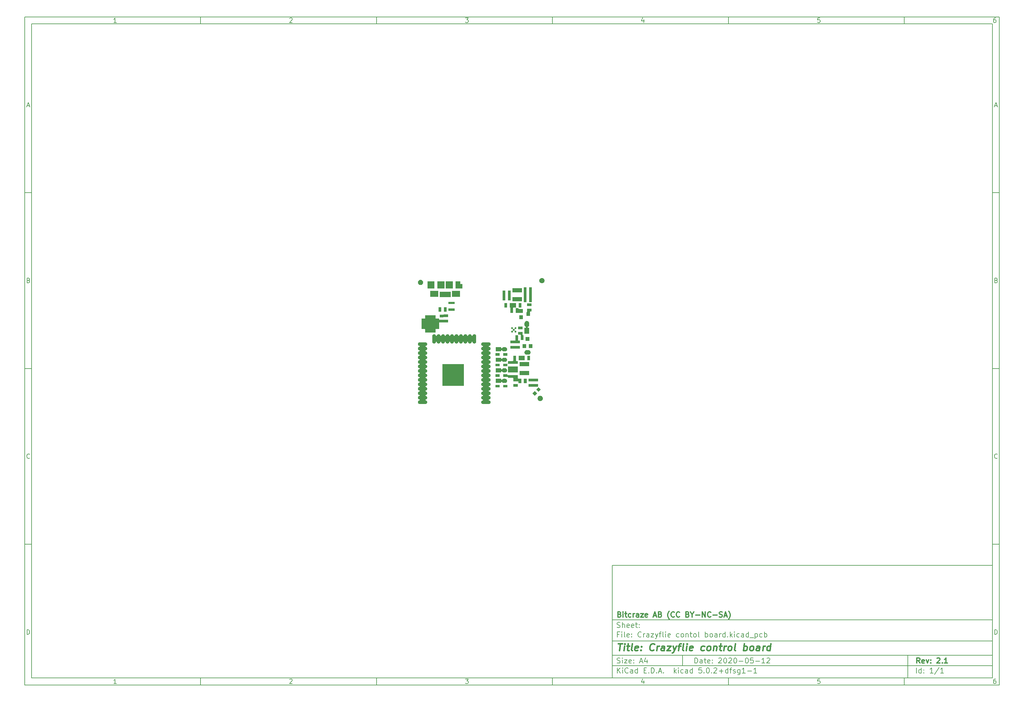
<source format=gbs>
G04 #@! TF.GenerationSoftware,KiCad,Pcbnew,5.0.2+dfsg1-1*
G04 #@! TF.CreationDate,2020-05-20T11:42:17+02:00*
G04 #@! TF.ProjectId,Crazyflie contol board,4372617a-7966-46c6-9965-20636f6e746f,2.1*
G04 #@! TF.SameCoordinates,PX85839e8PY6052f5c*
G04 #@! TF.FileFunction,Soldermask,Bot*
G04 #@! TF.FilePolarity,Negative*
%FSLAX46Y46*%
G04 Gerber Fmt 4.6, Leading zero omitted, Abs format (unit mm)*
G04 Created by KiCad (PCBNEW 5.0.2+dfsg1-1) date wo 20 mei 2020 11:42:17 CEST*
%MOMM*%
%LPD*%
G01*
G04 APERTURE LIST*
%ADD10C,0.150000*%
%ADD11C,0.300000*%
%ADD12C,0.400000*%
G04 APERTURE END LIST*
D10*
X37002480Y-65004100D02*
X37002480Y-97004100D01*
X145002480Y-97004100D01*
X145002480Y-65004100D01*
X37002480Y-65004100D01*
X-129999720Y91003100D02*
X-129999720Y-99004100D01*
X147002480Y-99004100D01*
X147002480Y91003100D01*
X-129999720Y91003100D01*
X-127999720Y89003100D02*
X-127999720Y-97004100D01*
X145002480Y-97004100D01*
X145002480Y89003100D01*
X-127999720Y89003100D01*
X-79999720Y89003100D02*
X-79999720Y91003100D01*
X-29999720Y89003100D02*
X-29999720Y91003100D01*
X20000280Y89003100D02*
X20000280Y91003100D01*
X70000280Y89003100D02*
X70000280Y91003100D01*
X120000280Y89003100D02*
X120000280Y91003100D01*
X-103934244Y89415005D02*
X-104677101Y89415005D01*
X-104305673Y89415005D02*
X-104305673Y90715005D01*
X-104429482Y90529291D01*
X-104553292Y90405481D01*
X-104677101Y90343577D01*
X-54677101Y90591196D02*
X-54615197Y90653100D01*
X-54491387Y90715005D01*
X-54181863Y90715005D01*
X-54058054Y90653100D01*
X-53996149Y90591196D01*
X-53934244Y90467386D01*
X-53934244Y90343577D01*
X-53996149Y90157862D01*
X-54739006Y89415005D01*
X-53934244Y89415005D01*
X-4739006Y90715005D02*
X-3934244Y90715005D01*
X-4367578Y90219767D01*
X-4181863Y90219767D01*
X-4058054Y90157862D01*
X-3996149Y90095958D01*
X-3934244Y89972148D01*
X-3934244Y89662624D01*
X-3996149Y89538815D01*
X-4058054Y89476910D01*
X-4181863Y89415005D01*
X-4553292Y89415005D01*
X-4677101Y89476910D01*
X-4739006Y89538815D01*
X45941946Y90281672D02*
X45941946Y89415005D01*
X45632422Y90776910D02*
X45322899Y89848339D01*
X46127660Y89848339D01*
X96003851Y90715005D02*
X95384803Y90715005D01*
X95322899Y90095958D01*
X95384803Y90157862D01*
X95508613Y90219767D01*
X95818137Y90219767D01*
X95941946Y90157862D01*
X96003851Y90095958D01*
X96065756Y89972148D01*
X96065756Y89662624D01*
X96003851Y89538815D01*
X95941946Y89476910D01*
X95818137Y89415005D01*
X95508613Y89415005D01*
X95384803Y89476910D01*
X95322899Y89538815D01*
X145941946Y90715005D02*
X145694327Y90715005D01*
X145570518Y90653100D01*
X145508613Y90591196D01*
X145384803Y90405481D01*
X145322899Y90157862D01*
X145322899Y89662624D01*
X145384803Y89538815D01*
X145446708Y89476910D01*
X145570518Y89415005D01*
X145818137Y89415005D01*
X145941946Y89476910D01*
X146003851Y89538815D01*
X146065756Y89662624D01*
X146065756Y89972148D01*
X146003851Y90095958D01*
X145941946Y90157862D01*
X145818137Y90219767D01*
X145570518Y90219767D01*
X145446708Y90157862D01*
X145384803Y90095958D01*
X145322899Y89972148D01*
X-79999720Y-97004100D02*
X-79999720Y-99004100D01*
X-29999720Y-97004100D02*
X-29999720Y-99004100D01*
X20000280Y-97004100D02*
X20000280Y-99004100D01*
X70000280Y-97004100D02*
X70000280Y-99004100D01*
X120000280Y-97004100D02*
X120000280Y-99004100D01*
X-103934244Y-98592195D02*
X-104677101Y-98592195D01*
X-104305673Y-98592195D02*
X-104305673Y-97292195D01*
X-104429482Y-97477909D01*
X-104553292Y-97601719D01*
X-104677101Y-97663623D01*
X-54677101Y-97416004D02*
X-54615197Y-97354100D01*
X-54491387Y-97292195D01*
X-54181863Y-97292195D01*
X-54058054Y-97354100D01*
X-53996149Y-97416004D01*
X-53934244Y-97539814D01*
X-53934244Y-97663623D01*
X-53996149Y-97849338D01*
X-54739006Y-98592195D01*
X-53934244Y-98592195D01*
X-4739006Y-97292195D02*
X-3934244Y-97292195D01*
X-4367578Y-97787433D01*
X-4181863Y-97787433D01*
X-4058054Y-97849338D01*
X-3996149Y-97911242D01*
X-3934244Y-98035052D01*
X-3934244Y-98344576D01*
X-3996149Y-98468385D01*
X-4058054Y-98530290D01*
X-4181863Y-98592195D01*
X-4553292Y-98592195D01*
X-4677101Y-98530290D01*
X-4739006Y-98468385D01*
X45941946Y-97725528D02*
X45941946Y-98592195D01*
X45632422Y-97230290D02*
X45322899Y-98158861D01*
X46127660Y-98158861D01*
X96003851Y-97292195D02*
X95384803Y-97292195D01*
X95322899Y-97911242D01*
X95384803Y-97849338D01*
X95508613Y-97787433D01*
X95818137Y-97787433D01*
X95941946Y-97849338D01*
X96003851Y-97911242D01*
X96065756Y-98035052D01*
X96065756Y-98344576D01*
X96003851Y-98468385D01*
X95941946Y-98530290D01*
X95818137Y-98592195D01*
X95508613Y-98592195D01*
X95384803Y-98530290D01*
X95322899Y-98468385D01*
X145941946Y-97292195D02*
X145694327Y-97292195D01*
X145570518Y-97354100D01*
X145508613Y-97416004D01*
X145384803Y-97601719D01*
X145322899Y-97849338D01*
X145322899Y-98344576D01*
X145384803Y-98468385D01*
X145446708Y-98530290D01*
X145570518Y-98592195D01*
X145818137Y-98592195D01*
X145941946Y-98530290D01*
X146003851Y-98468385D01*
X146065756Y-98344576D01*
X146065756Y-98035052D01*
X146003851Y-97911242D01*
X145941946Y-97849338D01*
X145818137Y-97787433D01*
X145570518Y-97787433D01*
X145446708Y-97849338D01*
X145384803Y-97911242D01*
X145322899Y-98035052D01*
X-129999720Y41003100D02*
X-127999720Y41003100D01*
X-129999720Y-8996900D02*
X-127999720Y-8996900D01*
X-129999720Y-58996900D02*
X-127999720Y-58996900D01*
X-129309244Y65786434D02*
X-128690197Y65786434D01*
X-129433054Y65415005D02*
X-128999720Y66715005D01*
X-128566387Y65415005D01*
X-128906863Y16095958D02*
X-128721149Y16034053D01*
X-128659244Y15972148D01*
X-128597340Y15848339D01*
X-128597340Y15662624D01*
X-128659244Y15538815D01*
X-128721149Y15476910D01*
X-128844959Y15415005D01*
X-129340197Y15415005D01*
X-129340197Y16715005D01*
X-128906863Y16715005D01*
X-128783054Y16653100D01*
X-128721149Y16591196D01*
X-128659244Y16467386D01*
X-128659244Y16343577D01*
X-128721149Y16219767D01*
X-128783054Y16157862D01*
X-128906863Y16095958D01*
X-129340197Y16095958D01*
X-128597340Y-34461185D02*
X-128659244Y-34523090D01*
X-128844959Y-34584995D01*
X-128968768Y-34584995D01*
X-129154482Y-34523090D01*
X-129278292Y-34399280D01*
X-129340197Y-34275471D01*
X-129402101Y-34027852D01*
X-129402101Y-33842138D01*
X-129340197Y-33594519D01*
X-129278292Y-33470709D01*
X-129154482Y-33346900D01*
X-128968768Y-33284995D01*
X-128844959Y-33284995D01*
X-128659244Y-33346900D01*
X-128597340Y-33408804D01*
X-129340197Y-84584995D02*
X-129340197Y-83284995D01*
X-129030673Y-83284995D01*
X-128844959Y-83346900D01*
X-128721149Y-83470709D01*
X-128659244Y-83594519D01*
X-128597340Y-83842138D01*
X-128597340Y-84027852D01*
X-128659244Y-84275471D01*
X-128721149Y-84399280D01*
X-128844959Y-84523090D01*
X-129030673Y-84584995D01*
X-129340197Y-84584995D01*
X147002480Y41003100D02*
X145002480Y41003100D01*
X147002480Y-8996900D02*
X145002480Y-8996900D01*
X147002480Y-58996900D02*
X145002480Y-58996900D01*
X145692956Y65786434D02*
X146312003Y65786434D01*
X145569146Y65415005D02*
X146002480Y66715005D01*
X146435813Y65415005D01*
X146095337Y16095958D02*
X146281051Y16034053D01*
X146342956Y15972148D01*
X146404860Y15848339D01*
X146404860Y15662624D01*
X146342956Y15538815D01*
X146281051Y15476910D01*
X146157241Y15415005D01*
X145662003Y15415005D01*
X145662003Y16715005D01*
X146095337Y16715005D01*
X146219146Y16653100D01*
X146281051Y16591196D01*
X146342956Y16467386D01*
X146342956Y16343577D01*
X146281051Y16219767D01*
X146219146Y16157862D01*
X146095337Y16095958D01*
X145662003Y16095958D01*
X146404860Y-34461185D02*
X146342956Y-34523090D01*
X146157241Y-34584995D01*
X146033432Y-34584995D01*
X145847718Y-34523090D01*
X145723908Y-34399280D01*
X145662003Y-34275471D01*
X145600099Y-34027852D01*
X145600099Y-33842138D01*
X145662003Y-33594519D01*
X145723908Y-33470709D01*
X145847718Y-33346900D01*
X146033432Y-33284995D01*
X146157241Y-33284995D01*
X146342956Y-33346900D01*
X146404860Y-33408804D01*
X145662003Y-84584995D02*
X145662003Y-83284995D01*
X145971527Y-83284995D01*
X146157241Y-83346900D01*
X146281051Y-83470709D01*
X146342956Y-83594519D01*
X146404860Y-83842138D01*
X146404860Y-84027852D01*
X146342956Y-84275471D01*
X146281051Y-84399280D01*
X146157241Y-84523090D01*
X145971527Y-84584995D01*
X145662003Y-84584995D01*
X60434622Y-92782671D02*
X60434622Y-91282671D01*
X60791765Y-91282671D01*
X61006051Y-91354100D01*
X61148908Y-91496957D01*
X61220337Y-91639814D01*
X61291765Y-91925528D01*
X61291765Y-92139814D01*
X61220337Y-92425528D01*
X61148908Y-92568385D01*
X61006051Y-92711242D01*
X60791765Y-92782671D01*
X60434622Y-92782671D01*
X62577480Y-92782671D02*
X62577480Y-91996957D01*
X62506051Y-91854100D01*
X62363194Y-91782671D01*
X62077480Y-91782671D01*
X61934622Y-91854100D01*
X62577480Y-92711242D02*
X62434622Y-92782671D01*
X62077480Y-92782671D01*
X61934622Y-92711242D01*
X61863194Y-92568385D01*
X61863194Y-92425528D01*
X61934622Y-92282671D01*
X62077480Y-92211242D01*
X62434622Y-92211242D01*
X62577480Y-92139814D01*
X63077480Y-91782671D02*
X63648908Y-91782671D01*
X63291765Y-91282671D02*
X63291765Y-92568385D01*
X63363194Y-92711242D01*
X63506051Y-92782671D01*
X63648908Y-92782671D01*
X64720337Y-92711242D02*
X64577480Y-92782671D01*
X64291765Y-92782671D01*
X64148908Y-92711242D01*
X64077480Y-92568385D01*
X64077480Y-91996957D01*
X64148908Y-91854100D01*
X64291765Y-91782671D01*
X64577480Y-91782671D01*
X64720337Y-91854100D01*
X64791765Y-91996957D01*
X64791765Y-92139814D01*
X64077480Y-92282671D01*
X65434622Y-92639814D02*
X65506051Y-92711242D01*
X65434622Y-92782671D01*
X65363194Y-92711242D01*
X65434622Y-92639814D01*
X65434622Y-92782671D01*
X65434622Y-91854100D02*
X65506051Y-91925528D01*
X65434622Y-91996957D01*
X65363194Y-91925528D01*
X65434622Y-91854100D01*
X65434622Y-91996957D01*
X67220337Y-91425528D02*
X67291765Y-91354100D01*
X67434622Y-91282671D01*
X67791765Y-91282671D01*
X67934622Y-91354100D01*
X68006051Y-91425528D01*
X68077480Y-91568385D01*
X68077480Y-91711242D01*
X68006051Y-91925528D01*
X67148908Y-92782671D01*
X68077480Y-92782671D01*
X69006051Y-91282671D02*
X69148908Y-91282671D01*
X69291765Y-91354100D01*
X69363194Y-91425528D01*
X69434622Y-91568385D01*
X69506051Y-91854100D01*
X69506051Y-92211242D01*
X69434622Y-92496957D01*
X69363194Y-92639814D01*
X69291765Y-92711242D01*
X69148908Y-92782671D01*
X69006051Y-92782671D01*
X68863194Y-92711242D01*
X68791765Y-92639814D01*
X68720337Y-92496957D01*
X68648908Y-92211242D01*
X68648908Y-91854100D01*
X68720337Y-91568385D01*
X68791765Y-91425528D01*
X68863194Y-91354100D01*
X69006051Y-91282671D01*
X70077480Y-91425528D02*
X70148908Y-91354100D01*
X70291765Y-91282671D01*
X70648908Y-91282671D01*
X70791765Y-91354100D01*
X70863194Y-91425528D01*
X70934622Y-91568385D01*
X70934622Y-91711242D01*
X70863194Y-91925528D01*
X70006051Y-92782671D01*
X70934622Y-92782671D01*
X71863194Y-91282671D02*
X72006051Y-91282671D01*
X72148908Y-91354100D01*
X72220337Y-91425528D01*
X72291765Y-91568385D01*
X72363194Y-91854100D01*
X72363194Y-92211242D01*
X72291765Y-92496957D01*
X72220337Y-92639814D01*
X72148908Y-92711242D01*
X72006051Y-92782671D01*
X71863194Y-92782671D01*
X71720337Y-92711242D01*
X71648908Y-92639814D01*
X71577480Y-92496957D01*
X71506051Y-92211242D01*
X71506051Y-91854100D01*
X71577480Y-91568385D01*
X71648908Y-91425528D01*
X71720337Y-91354100D01*
X71863194Y-91282671D01*
X73006051Y-92211242D02*
X74148908Y-92211242D01*
X75148908Y-91282671D02*
X75291765Y-91282671D01*
X75434622Y-91354100D01*
X75506051Y-91425528D01*
X75577480Y-91568385D01*
X75648908Y-91854100D01*
X75648908Y-92211242D01*
X75577480Y-92496957D01*
X75506051Y-92639814D01*
X75434622Y-92711242D01*
X75291765Y-92782671D01*
X75148908Y-92782671D01*
X75006051Y-92711242D01*
X74934622Y-92639814D01*
X74863194Y-92496957D01*
X74791765Y-92211242D01*
X74791765Y-91854100D01*
X74863194Y-91568385D01*
X74934622Y-91425528D01*
X75006051Y-91354100D01*
X75148908Y-91282671D01*
X77006051Y-91282671D02*
X76291765Y-91282671D01*
X76220337Y-91996957D01*
X76291765Y-91925528D01*
X76434622Y-91854100D01*
X76791765Y-91854100D01*
X76934622Y-91925528D01*
X77006051Y-91996957D01*
X77077480Y-92139814D01*
X77077480Y-92496957D01*
X77006051Y-92639814D01*
X76934622Y-92711242D01*
X76791765Y-92782671D01*
X76434622Y-92782671D01*
X76291765Y-92711242D01*
X76220337Y-92639814D01*
X77720337Y-92211242D02*
X78863194Y-92211242D01*
X80363194Y-92782671D02*
X79506051Y-92782671D01*
X79934622Y-92782671D02*
X79934622Y-91282671D01*
X79791765Y-91496957D01*
X79648908Y-91639814D01*
X79506051Y-91711242D01*
X80934622Y-91425528D02*
X81006051Y-91354100D01*
X81148908Y-91282671D01*
X81506051Y-91282671D01*
X81648908Y-91354100D01*
X81720337Y-91425528D01*
X81791765Y-91568385D01*
X81791765Y-91711242D01*
X81720337Y-91925528D01*
X80863194Y-92782671D01*
X81791765Y-92782671D01*
X37002480Y-93504100D02*
X145002480Y-93504100D01*
X38434622Y-95582671D02*
X38434622Y-94082671D01*
X39291765Y-95582671D02*
X38648908Y-94725528D01*
X39291765Y-94082671D02*
X38434622Y-94939814D01*
X39934622Y-95582671D02*
X39934622Y-94582671D01*
X39934622Y-94082671D02*
X39863194Y-94154100D01*
X39934622Y-94225528D01*
X40006051Y-94154100D01*
X39934622Y-94082671D01*
X39934622Y-94225528D01*
X41506051Y-95439814D02*
X41434622Y-95511242D01*
X41220337Y-95582671D01*
X41077480Y-95582671D01*
X40863194Y-95511242D01*
X40720337Y-95368385D01*
X40648908Y-95225528D01*
X40577480Y-94939814D01*
X40577480Y-94725528D01*
X40648908Y-94439814D01*
X40720337Y-94296957D01*
X40863194Y-94154100D01*
X41077480Y-94082671D01*
X41220337Y-94082671D01*
X41434622Y-94154100D01*
X41506051Y-94225528D01*
X42791765Y-95582671D02*
X42791765Y-94796957D01*
X42720337Y-94654100D01*
X42577480Y-94582671D01*
X42291765Y-94582671D01*
X42148908Y-94654100D01*
X42791765Y-95511242D02*
X42648908Y-95582671D01*
X42291765Y-95582671D01*
X42148908Y-95511242D01*
X42077480Y-95368385D01*
X42077480Y-95225528D01*
X42148908Y-95082671D01*
X42291765Y-95011242D01*
X42648908Y-95011242D01*
X42791765Y-94939814D01*
X44148908Y-95582671D02*
X44148908Y-94082671D01*
X44148908Y-95511242D02*
X44006051Y-95582671D01*
X43720337Y-95582671D01*
X43577480Y-95511242D01*
X43506051Y-95439814D01*
X43434622Y-95296957D01*
X43434622Y-94868385D01*
X43506051Y-94725528D01*
X43577480Y-94654100D01*
X43720337Y-94582671D01*
X44006051Y-94582671D01*
X44148908Y-94654100D01*
X46006051Y-94796957D02*
X46506051Y-94796957D01*
X46720337Y-95582671D02*
X46006051Y-95582671D01*
X46006051Y-94082671D01*
X46720337Y-94082671D01*
X47363194Y-95439814D02*
X47434622Y-95511242D01*
X47363194Y-95582671D01*
X47291765Y-95511242D01*
X47363194Y-95439814D01*
X47363194Y-95582671D01*
X48077480Y-95582671D02*
X48077480Y-94082671D01*
X48434622Y-94082671D01*
X48648908Y-94154100D01*
X48791765Y-94296957D01*
X48863194Y-94439814D01*
X48934622Y-94725528D01*
X48934622Y-94939814D01*
X48863194Y-95225528D01*
X48791765Y-95368385D01*
X48648908Y-95511242D01*
X48434622Y-95582671D01*
X48077480Y-95582671D01*
X49577480Y-95439814D02*
X49648908Y-95511242D01*
X49577480Y-95582671D01*
X49506051Y-95511242D01*
X49577480Y-95439814D01*
X49577480Y-95582671D01*
X50220337Y-95154100D02*
X50934622Y-95154100D01*
X50077480Y-95582671D02*
X50577480Y-94082671D01*
X51077480Y-95582671D01*
X51577480Y-95439814D02*
X51648908Y-95511242D01*
X51577480Y-95582671D01*
X51506051Y-95511242D01*
X51577480Y-95439814D01*
X51577480Y-95582671D01*
X54577480Y-95582671D02*
X54577480Y-94082671D01*
X54720337Y-95011242D02*
X55148908Y-95582671D01*
X55148908Y-94582671D02*
X54577480Y-95154100D01*
X55791765Y-95582671D02*
X55791765Y-94582671D01*
X55791765Y-94082671D02*
X55720337Y-94154100D01*
X55791765Y-94225528D01*
X55863194Y-94154100D01*
X55791765Y-94082671D01*
X55791765Y-94225528D01*
X57148908Y-95511242D02*
X57006051Y-95582671D01*
X56720337Y-95582671D01*
X56577480Y-95511242D01*
X56506051Y-95439814D01*
X56434622Y-95296957D01*
X56434622Y-94868385D01*
X56506051Y-94725528D01*
X56577480Y-94654100D01*
X56720337Y-94582671D01*
X57006051Y-94582671D01*
X57148908Y-94654100D01*
X58434622Y-95582671D02*
X58434622Y-94796957D01*
X58363194Y-94654100D01*
X58220337Y-94582671D01*
X57934622Y-94582671D01*
X57791765Y-94654100D01*
X58434622Y-95511242D02*
X58291765Y-95582671D01*
X57934622Y-95582671D01*
X57791765Y-95511242D01*
X57720337Y-95368385D01*
X57720337Y-95225528D01*
X57791765Y-95082671D01*
X57934622Y-95011242D01*
X58291765Y-95011242D01*
X58434622Y-94939814D01*
X59791765Y-95582671D02*
X59791765Y-94082671D01*
X59791765Y-95511242D02*
X59648908Y-95582671D01*
X59363194Y-95582671D01*
X59220337Y-95511242D01*
X59148908Y-95439814D01*
X59077480Y-95296957D01*
X59077480Y-94868385D01*
X59148908Y-94725528D01*
X59220337Y-94654100D01*
X59363194Y-94582671D01*
X59648908Y-94582671D01*
X59791765Y-94654100D01*
X62363194Y-94082671D02*
X61648908Y-94082671D01*
X61577480Y-94796957D01*
X61648908Y-94725528D01*
X61791765Y-94654100D01*
X62148908Y-94654100D01*
X62291765Y-94725528D01*
X62363194Y-94796957D01*
X62434622Y-94939814D01*
X62434622Y-95296957D01*
X62363194Y-95439814D01*
X62291765Y-95511242D01*
X62148908Y-95582671D01*
X61791765Y-95582671D01*
X61648908Y-95511242D01*
X61577480Y-95439814D01*
X63077480Y-95439814D02*
X63148908Y-95511242D01*
X63077480Y-95582671D01*
X63006051Y-95511242D01*
X63077480Y-95439814D01*
X63077480Y-95582671D01*
X64077480Y-94082671D02*
X64220337Y-94082671D01*
X64363194Y-94154100D01*
X64434622Y-94225528D01*
X64506051Y-94368385D01*
X64577480Y-94654100D01*
X64577480Y-95011242D01*
X64506051Y-95296957D01*
X64434622Y-95439814D01*
X64363194Y-95511242D01*
X64220337Y-95582671D01*
X64077480Y-95582671D01*
X63934622Y-95511242D01*
X63863194Y-95439814D01*
X63791765Y-95296957D01*
X63720337Y-95011242D01*
X63720337Y-94654100D01*
X63791765Y-94368385D01*
X63863194Y-94225528D01*
X63934622Y-94154100D01*
X64077480Y-94082671D01*
X65220337Y-95439814D02*
X65291765Y-95511242D01*
X65220337Y-95582671D01*
X65148908Y-95511242D01*
X65220337Y-95439814D01*
X65220337Y-95582671D01*
X65863194Y-94225528D02*
X65934622Y-94154100D01*
X66077480Y-94082671D01*
X66434622Y-94082671D01*
X66577480Y-94154100D01*
X66648908Y-94225528D01*
X66720337Y-94368385D01*
X66720337Y-94511242D01*
X66648908Y-94725528D01*
X65791765Y-95582671D01*
X66720337Y-95582671D01*
X67363194Y-95011242D02*
X68506051Y-95011242D01*
X67934622Y-95582671D02*
X67934622Y-94439814D01*
X69863194Y-95582671D02*
X69863194Y-94082671D01*
X69863194Y-95511242D02*
X69720337Y-95582671D01*
X69434622Y-95582671D01*
X69291765Y-95511242D01*
X69220337Y-95439814D01*
X69148908Y-95296957D01*
X69148908Y-94868385D01*
X69220337Y-94725528D01*
X69291765Y-94654100D01*
X69434622Y-94582671D01*
X69720337Y-94582671D01*
X69863194Y-94654100D01*
X70363194Y-94582671D02*
X70934622Y-94582671D01*
X70577480Y-95582671D02*
X70577480Y-94296957D01*
X70648908Y-94154100D01*
X70791765Y-94082671D01*
X70934622Y-94082671D01*
X71363194Y-95511242D02*
X71506051Y-95582671D01*
X71791765Y-95582671D01*
X71934622Y-95511242D01*
X72006051Y-95368385D01*
X72006051Y-95296957D01*
X71934622Y-95154100D01*
X71791765Y-95082671D01*
X71577480Y-95082671D01*
X71434622Y-95011242D01*
X71363194Y-94868385D01*
X71363194Y-94796957D01*
X71434622Y-94654100D01*
X71577480Y-94582671D01*
X71791765Y-94582671D01*
X71934622Y-94654100D01*
X73291765Y-94582671D02*
X73291765Y-95796957D01*
X73220337Y-95939814D01*
X73148908Y-96011242D01*
X73006051Y-96082671D01*
X72791765Y-96082671D01*
X72648908Y-96011242D01*
X73291765Y-95511242D02*
X73148908Y-95582671D01*
X72863194Y-95582671D01*
X72720337Y-95511242D01*
X72648908Y-95439814D01*
X72577480Y-95296957D01*
X72577480Y-94868385D01*
X72648908Y-94725528D01*
X72720337Y-94654100D01*
X72863194Y-94582671D01*
X73148908Y-94582671D01*
X73291765Y-94654100D01*
X74791765Y-95582671D02*
X73934622Y-95582671D01*
X74363194Y-95582671D02*
X74363194Y-94082671D01*
X74220337Y-94296957D01*
X74077480Y-94439814D01*
X73934622Y-94511242D01*
X75434622Y-95011242D02*
X76577480Y-95011242D01*
X78077480Y-95582671D02*
X77220337Y-95582671D01*
X77648908Y-95582671D02*
X77648908Y-94082671D01*
X77506051Y-94296957D01*
X77363194Y-94439814D01*
X77220337Y-94511242D01*
X37002480Y-90504100D02*
X145002480Y-90504100D01*
D11*
X124411765Y-92782671D02*
X123911765Y-92068385D01*
X123554622Y-92782671D02*
X123554622Y-91282671D01*
X124126051Y-91282671D01*
X124268908Y-91354100D01*
X124340337Y-91425528D01*
X124411765Y-91568385D01*
X124411765Y-91782671D01*
X124340337Y-91925528D01*
X124268908Y-91996957D01*
X124126051Y-92068385D01*
X123554622Y-92068385D01*
X125626051Y-92711242D02*
X125483194Y-92782671D01*
X125197480Y-92782671D01*
X125054622Y-92711242D01*
X124983194Y-92568385D01*
X124983194Y-91996957D01*
X125054622Y-91854100D01*
X125197480Y-91782671D01*
X125483194Y-91782671D01*
X125626051Y-91854100D01*
X125697480Y-91996957D01*
X125697480Y-92139814D01*
X124983194Y-92282671D01*
X126197480Y-91782671D02*
X126554622Y-92782671D01*
X126911765Y-91782671D01*
X127483194Y-92639814D02*
X127554622Y-92711242D01*
X127483194Y-92782671D01*
X127411765Y-92711242D01*
X127483194Y-92639814D01*
X127483194Y-92782671D01*
X127483194Y-91854100D02*
X127554622Y-91925528D01*
X127483194Y-91996957D01*
X127411765Y-91925528D01*
X127483194Y-91854100D01*
X127483194Y-91996957D01*
X129268908Y-91425528D02*
X129340337Y-91354100D01*
X129483194Y-91282671D01*
X129840337Y-91282671D01*
X129983194Y-91354100D01*
X130054622Y-91425528D01*
X130126051Y-91568385D01*
X130126051Y-91711242D01*
X130054622Y-91925528D01*
X129197480Y-92782671D01*
X130126051Y-92782671D01*
X130768908Y-92639814D02*
X130840337Y-92711242D01*
X130768908Y-92782671D01*
X130697480Y-92711242D01*
X130768908Y-92639814D01*
X130768908Y-92782671D01*
X132268908Y-92782671D02*
X131411765Y-92782671D01*
X131840337Y-92782671D02*
X131840337Y-91282671D01*
X131697480Y-91496957D01*
X131554622Y-91639814D01*
X131411765Y-91711242D01*
D10*
X38363194Y-92711242D02*
X38577480Y-92782671D01*
X38934622Y-92782671D01*
X39077480Y-92711242D01*
X39148908Y-92639814D01*
X39220337Y-92496957D01*
X39220337Y-92354100D01*
X39148908Y-92211242D01*
X39077480Y-92139814D01*
X38934622Y-92068385D01*
X38648908Y-91996957D01*
X38506051Y-91925528D01*
X38434622Y-91854100D01*
X38363194Y-91711242D01*
X38363194Y-91568385D01*
X38434622Y-91425528D01*
X38506051Y-91354100D01*
X38648908Y-91282671D01*
X39006051Y-91282671D01*
X39220337Y-91354100D01*
X39863194Y-92782671D02*
X39863194Y-91782671D01*
X39863194Y-91282671D02*
X39791765Y-91354100D01*
X39863194Y-91425528D01*
X39934622Y-91354100D01*
X39863194Y-91282671D01*
X39863194Y-91425528D01*
X40434622Y-91782671D02*
X41220337Y-91782671D01*
X40434622Y-92782671D01*
X41220337Y-92782671D01*
X42363194Y-92711242D02*
X42220337Y-92782671D01*
X41934622Y-92782671D01*
X41791765Y-92711242D01*
X41720337Y-92568385D01*
X41720337Y-91996957D01*
X41791765Y-91854100D01*
X41934622Y-91782671D01*
X42220337Y-91782671D01*
X42363194Y-91854100D01*
X42434622Y-91996957D01*
X42434622Y-92139814D01*
X41720337Y-92282671D01*
X43077480Y-92639814D02*
X43148908Y-92711242D01*
X43077480Y-92782671D01*
X43006051Y-92711242D01*
X43077480Y-92639814D01*
X43077480Y-92782671D01*
X43077480Y-91854100D02*
X43148908Y-91925528D01*
X43077480Y-91996957D01*
X43006051Y-91925528D01*
X43077480Y-91854100D01*
X43077480Y-91996957D01*
X44863194Y-92354100D02*
X45577480Y-92354100D01*
X44720337Y-92782671D02*
X45220337Y-91282671D01*
X45720337Y-92782671D01*
X46863194Y-91782671D02*
X46863194Y-92782671D01*
X46506051Y-91211242D02*
X46148908Y-92282671D01*
X47077480Y-92282671D01*
X123434622Y-95582671D02*
X123434622Y-94082671D01*
X124791765Y-95582671D02*
X124791765Y-94082671D01*
X124791765Y-95511242D02*
X124648908Y-95582671D01*
X124363194Y-95582671D01*
X124220337Y-95511242D01*
X124148908Y-95439814D01*
X124077480Y-95296957D01*
X124077480Y-94868385D01*
X124148908Y-94725528D01*
X124220337Y-94654100D01*
X124363194Y-94582671D01*
X124648908Y-94582671D01*
X124791765Y-94654100D01*
X125506051Y-95439814D02*
X125577480Y-95511242D01*
X125506051Y-95582671D01*
X125434622Y-95511242D01*
X125506051Y-95439814D01*
X125506051Y-95582671D01*
X125506051Y-94654100D02*
X125577480Y-94725528D01*
X125506051Y-94796957D01*
X125434622Y-94725528D01*
X125506051Y-94654100D01*
X125506051Y-94796957D01*
X128148908Y-95582671D02*
X127291765Y-95582671D01*
X127720337Y-95582671D02*
X127720337Y-94082671D01*
X127577480Y-94296957D01*
X127434622Y-94439814D01*
X127291765Y-94511242D01*
X129863194Y-94011242D02*
X128577480Y-95939814D01*
X131148908Y-95582671D02*
X130291765Y-95582671D01*
X130720337Y-95582671D02*
X130720337Y-94082671D01*
X130577480Y-94296957D01*
X130434622Y-94439814D01*
X130291765Y-94511242D01*
X37002480Y-86504100D02*
X145002480Y-86504100D01*
D12*
X38714860Y-87208861D02*
X39857718Y-87208861D01*
X39036289Y-89208861D02*
X39286289Y-87208861D01*
X40274384Y-89208861D02*
X40441051Y-87875528D01*
X40524384Y-87208861D02*
X40417241Y-87304100D01*
X40500575Y-87399338D01*
X40607718Y-87304100D01*
X40524384Y-87208861D01*
X40500575Y-87399338D01*
X41107718Y-87875528D02*
X41869622Y-87875528D01*
X41476765Y-87208861D02*
X41262480Y-88923147D01*
X41333908Y-89113623D01*
X41512480Y-89208861D01*
X41702956Y-89208861D01*
X42655337Y-89208861D02*
X42476765Y-89113623D01*
X42405337Y-88923147D01*
X42619622Y-87208861D01*
X44191051Y-89113623D02*
X43988670Y-89208861D01*
X43607718Y-89208861D01*
X43429146Y-89113623D01*
X43357718Y-88923147D01*
X43452956Y-88161242D01*
X43572003Y-87970766D01*
X43774384Y-87875528D01*
X44155337Y-87875528D01*
X44333908Y-87970766D01*
X44405337Y-88161242D01*
X44381527Y-88351719D01*
X43405337Y-88542195D01*
X45155337Y-89018385D02*
X45238670Y-89113623D01*
X45131527Y-89208861D01*
X45048194Y-89113623D01*
X45155337Y-89018385D01*
X45131527Y-89208861D01*
X45286289Y-87970766D02*
X45369622Y-88066004D01*
X45262480Y-88161242D01*
X45179146Y-88066004D01*
X45286289Y-87970766D01*
X45262480Y-88161242D01*
X48774384Y-89018385D02*
X48667241Y-89113623D01*
X48369622Y-89208861D01*
X48179146Y-89208861D01*
X47905337Y-89113623D01*
X47738670Y-88923147D01*
X47667241Y-88732671D01*
X47619622Y-88351719D01*
X47655337Y-88066004D01*
X47798194Y-87685052D01*
X47917241Y-87494576D01*
X48131527Y-87304100D01*
X48429146Y-87208861D01*
X48619622Y-87208861D01*
X48893432Y-87304100D01*
X48976765Y-87399338D01*
X49607718Y-89208861D02*
X49774384Y-87875528D01*
X49726765Y-88256480D02*
X49845813Y-88066004D01*
X49952956Y-87970766D01*
X50155337Y-87875528D01*
X50345813Y-87875528D01*
X51702956Y-89208861D02*
X51833908Y-88161242D01*
X51762480Y-87970766D01*
X51583908Y-87875528D01*
X51202956Y-87875528D01*
X51000575Y-87970766D01*
X51714860Y-89113623D02*
X51512480Y-89208861D01*
X51036289Y-89208861D01*
X50857718Y-89113623D01*
X50786289Y-88923147D01*
X50810099Y-88732671D01*
X50929146Y-88542195D01*
X51131527Y-88446957D01*
X51607718Y-88446957D01*
X51810099Y-88351719D01*
X52631527Y-87875528D02*
X53679146Y-87875528D01*
X52464860Y-89208861D01*
X53512480Y-89208861D01*
X54250575Y-87875528D02*
X54560099Y-89208861D01*
X55202956Y-87875528D02*
X54560099Y-89208861D01*
X54310099Y-89685052D01*
X54202956Y-89780290D01*
X54000575Y-89875528D01*
X55679146Y-87875528D02*
X56441051Y-87875528D01*
X55798194Y-89208861D02*
X56012480Y-87494576D01*
X56131527Y-87304100D01*
X56333908Y-87208861D01*
X56524384Y-87208861D01*
X57226765Y-89208861D02*
X57048194Y-89113623D01*
X56976765Y-88923147D01*
X57191051Y-87208861D01*
X57988670Y-89208861D02*
X58155337Y-87875528D01*
X58238670Y-87208861D02*
X58131527Y-87304100D01*
X58214860Y-87399338D01*
X58322003Y-87304100D01*
X58238670Y-87208861D01*
X58214860Y-87399338D01*
X59714860Y-89113623D02*
X59512480Y-89208861D01*
X59131527Y-89208861D01*
X58952956Y-89113623D01*
X58881527Y-88923147D01*
X58976765Y-88161242D01*
X59095813Y-87970766D01*
X59298194Y-87875528D01*
X59679146Y-87875528D01*
X59857718Y-87970766D01*
X59929146Y-88161242D01*
X59905337Y-88351719D01*
X58929146Y-88542195D01*
X63048194Y-89113623D02*
X62845813Y-89208861D01*
X62464860Y-89208861D01*
X62286289Y-89113623D01*
X62202956Y-89018385D01*
X62131527Y-88827909D01*
X62202956Y-88256480D01*
X62322003Y-88066004D01*
X62429146Y-87970766D01*
X62631527Y-87875528D01*
X63012480Y-87875528D01*
X63191051Y-87970766D01*
X64179146Y-89208861D02*
X64000575Y-89113623D01*
X63917241Y-89018385D01*
X63845813Y-88827909D01*
X63917241Y-88256480D01*
X64036289Y-88066004D01*
X64143432Y-87970766D01*
X64345813Y-87875528D01*
X64631527Y-87875528D01*
X64810099Y-87970766D01*
X64893432Y-88066004D01*
X64964860Y-88256480D01*
X64893432Y-88827909D01*
X64774384Y-89018385D01*
X64667241Y-89113623D01*
X64464860Y-89208861D01*
X64179146Y-89208861D01*
X65869622Y-87875528D02*
X65702956Y-89208861D01*
X65845813Y-88066004D02*
X65952956Y-87970766D01*
X66155337Y-87875528D01*
X66441051Y-87875528D01*
X66619622Y-87970766D01*
X66691051Y-88161242D01*
X66560099Y-89208861D01*
X67393432Y-87875528D02*
X68155337Y-87875528D01*
X67762480Y-87208861D02*
X67548194Y-88923147D01*
X67619622Y-89113623D01*
X67798194Y-89208861D01*
X67988670Y-89208861D01*
X68655337Y-89208861D02*
X68822003Y-87875528D01*
X68774384Y-88256480D02*
X68893432Y-88066004D01*
X69000575Y-87970766D01*
X69202956Y-87875528D01*
X69393432Y-87875528D01*
X70179146Y-89208861D02*
X70000575Y-89113623D01*
X69917241Y-89018385D01*
X69845813Y-88827909D01*
X69917241Y-88256480D01*
X70036289Y-88066004D01*
X70143432Y-87970766D01*
X70345813Y-87875528D01*
X70631527Y-87875528D01*
X70810099Y-87970766D01*
X70893432Y-88066004D01*
X70964860Y-88256480D01*
X70893432Y-88827909D01*
X70774384Y-89018385D01*
X70667241Y-89113623D01*
X70464860Y-89208861D01*
X70179146Y-89208861D01*
X71988670Y-89208861D02*
X71810099Y-89113623D01*
X71738670Y-88923147D01*
X71952956Y-87208861D01*
X74274384Y-89208861D02*
X74524384Y-87208861D01*
X74429146Y-87970766D02*
X74631527Y-87875528D01*
X75012480Y-87875528D01*
X75191051Y-87970766D01*
X75274384Y-88066004D01*
X75345813Y-88256480D01*
X75274384Y-88827909D01*
X75155337Y-89018385D01*
X75048194Y-89113623D01*
X74845813Y-89208861D01*
X74464860Y-89208861D01*
X74286289Y-89113623D01*
X76369622Y-89208861D02*
X76191051Y-89113623D01*
X76107718Y-89018385D01*
X76036289Y-88827909D01*
X76107718Y-88256480D01*
X76226765Y-88066004D01*
X76333908Y-87970766D01*
X76536289Y-87875528D01*
X76822003Y-87875528D01*
X77000575Y-87970766D01*
X77083908Y-88066004D01*
X77155337Y-88256480D01*
X77083908Y-88827909D01*
X76964860Y-89018385D01*
X76857718Y-89113623D01*
X76655337Y-89208861D01*
X76369622Y-89208861D01*
X78750575Y-89208861D02*
X78881527Y-88161242D01*
X78810099Y-87970766D01*
X78631527Y-87875528D01*
X78250575Y-87875528D01*
X78048194Y-87970766D01*
X78762480Y-89113623D02*
X78560099Y-89208861D01*
X78083908Y-89208861D01*
X77905337Y-89113623D01*
X77833908Y-88923147D01*
X77857718Y-88732671D01*
X77976765Y-88542195D01*
X78179146Y-88446957D01*
X78655337Y-88446957D01*
X78857718Y-88351719D01*
X79702956Y-89208861D02*
X79869622Y-87875528D01*
X79822003Y-88256480D02*
X79941051Y-88066004D01*
X80048194Y-87970766D01*
X80250575Y-87875528D01*
X80441051Y-87875528D01*
X81798194Y-89208861D02*
X82048194Y-87208861D01*
X81810099Y-89113623D02*
X81607718Y-89208861D01*
X81226765Y-89208861D01*
X81048194Y-89113623D01*
X80964860Y-89018385D01*
X80893432Y-88827909D01*
X80964860Y-88256480D01*
X81083908Y-88066004D01*
X81191051Y-87970766D01*
X81393432Y-87875528D01*
X81774384Y-87875528D01*
X81952956Y-87970766D01*
D10*
X38934622Y-84596957D02*
X38434622Y-84596957D01*
X38434622Y-85382671D02*
X38434622Y-83882671D01*
X39148908Y-83882671D01*
X39720337Y-85382671D02*
X39720337Y-84382671D01*
X39720337Y-83882671D02*
X39648908Y-83954100D01*
X39720337Y-84025528D01*
X39791765Y-83954100D01*
X39720337Y-83882671D01*
X39720337Y-84025528D01*
X40648908Y-85382671D02*
X40506051Y-85311242D01*
X40434622Y-85168385D01*
X40434622Y-83882671D01*
X41791765Y-85311242D02*
X41648908Y-85382671D01*
X41363194Y-85382671D01*
X41220337Y-85311242D01*
X41148908Y-85168385D01*
X41148908Y-84596957D01*
X41220337Y-84454100D01*
X41363194Y-84382671D01*
X41648908Y-84382671D01*
X41791765Y-84454100D01*
X41863194Y-84596957D01*
X41863194Y-84739814D01*
X41148908Y-84882671D01*
X42506051Y-85239814D02*
X42577480Y-85311242D01*
X42506051Y-85382671D01*
X42434622Y-85311242D01*
X42506051Y-85239814D01*
X42506051Y-85382671D01*
X42506051Y-84454100D02*
X42577480Y-84525528D01*
X42506051Y-84596957D01*
X42434622Y-84525528D01*
X42506051Y-84454100D01*
X42506051Y-84596957D01*
X45220337Y-85239814D02*
X45148908Y-85311242D01*
X44934622Y-85382671D01*
X44791765Y-85382671D01*
X44577480Y-85311242D01*
X44434622Y-85168385D01*
X44363194Y-85025528D01*
X44291765Y-84739814D01*
X44291765Y-84525528D01*
X44363194Y-84239814D01*
X44434622Y-84096957D01*
X44577480Y-83954100D01*
X44791765Y-83882671D01*
X44934622Y-83882671D01*
X45148908Y-83954100D01*
X45220337Y-84025528D01*
X45863194Y-85382671D02*
X45863194Y-84382671D01*
X45863194Y-84668385D02*
X45934622Y-84525528D01*
X46006051Y-84454100D01*
X46148908Y-84382671D01*
X46291765Y-84382671D01*
X47434622Y-85382671D02*
X47434622Y-84596957D01*
X47363194Y-84454100D01*
X47220337Y-84382671D01*
X46934622Y-84382671D01*
X46791765Y-84454100D01*
X47434622Y-85311242D02*
X47291765Y-85382671D01*
X46934622Y-85382671D01*
X46791765Y-85311242D01*
X46720337Y-85168385D01*
X46720337Y-85025528D01*
X46791765Y-84882671D01*
X46934622Y-84811242D01*
X47291765Y-84811242D01*
X47434622Y-84739814D01*
X48006051Y-84382671D02*
X48791765Y-84382671D01*
X48006051Y-85382671D01*
X48791765Y-85382671D01*
X49220337Y-84382671D02*
X49577480Y-85382671D01*
X49934622Y-84382671D02*
X49577480Y-85382671D01*
X49434622Y-85739814D01*
X49363194Y-85811242D01*
X49220337Y-85882671D01*
X50291765Y-84382671D02*
X50863194Y-84382671D01*
X50506051Y-85382671D02*
X50506051Y-84096957D01*
X50577480Y-83954100D01*
X50720337Y-83882671D01*
X50863194Y-83882671D01*
X51577480Y-85382671D02*
X51434622Y-85311242D01*
X51363194Y-85168385D01*
X51363194Y-83882671D01*
X52148908Y-85382671D02*
X52148908Y-84382671D01*
X52148908Y-83882671D02*
X52077480Y-83954100D01*
X52148908Y-84025528D01*
X52220337Y-83954100D01*
X52148908Y-83882671D01*
X52148908Y-84025528D01*
X53434622Y-85311242D02*
X53291765Y-85382671D01*
X53006051Y-85382671D01*
X52863194Y-85311242D01*
X52791765Y-85168385D01*
X52791765Y-84596957D01*
X52863194Y-84454100D01*
X53006051Y-84382671D01*
X53291765Y-84382671D01*
X53434622Y-84454100D01*
X53506051Y-84596957D01*
X53506051Y-84739814D01*
X52791765Y-84882671D01*
X55934622Y-85311242D02*
X55791765Y-85382671D01*
X55506051Y-85382671D01*
X55363194Y-85311242D01*
X55291765Y-85239814D01*
X55220337Y-85096957D01*
X55220337Y-84668385D01*
X55291765Y-84525528D01*
X55363194Y-84454100D01*
X55506051Y-84382671D01*
X55791765Y-84382671D01*
X55934622Y-84454100D01*
X56791765Y-85382671D02*
X56648908Y-85311242D01*
X56577480Y-85239814D01*
X56506051Y-85096957D01*
X56506051Y-84668385D01*
X56577480Y-84525528D01*
X56648908Y-84454100D01*
X56791765Y-84382671D01*
X57006051Y-84382671D01*
X57148908Y-84454100D01*
X57220337Y-84525528D01*
X57291765Y-84668385D01*
X57291765Y-85096957D01*
X57220337Y-85239814D01*
X57148908Y-85311242D01*
X57006051Y-85382671D01*
X56791765Y-85382671D01*
X57934622Y-84382671D02*
X57934622Y-85382671D01*
X57934622Y-84525528D02*
X58006051Y-84454100D01*
X58148908Y-84382671D01*
X58363194Y-84382671D01*
X58506051Y-84454100D01*
X58577480Y-84596957D01*
X58577480Y-85382671D01*
X59077480Y-84382671D02*
X59648908Y-84382671D01*
X59291765Y-83882671D02*
X59291765Y-85168385D01*
X59363194Y-85311242D01*
X59506051Y-85382671D01*
X59648908Y-85382671D01*
X60363194Y-85382671D02*
X60220337Y-85311242D01*
X60148908Y-85239814D01*
X60077480Y-85096957D01*
X60077480Y-84668385D01*
X60148908Y-84525528D01*
X60220337Y-84454100D01*
X60363194Y-84382671D01*
X60577480Y-84382671D01*
X60720337Y-84454100D01*
X60791765Y-84525528D01*
X60863194Y-84668385D01*
X60863194Y-85096957D01*
X60791765Y-85239814D01*
X60720337Y-85311242D01*
X60577480Y-85382671D01*
X60363194Y-85382671D01*
X61720337Y-85382671D02*
X61577480Y-85311242D01*
X61506051Y-85168385D01*
X61506051Y-83882671D01*
X63434622Y-85382671D02*
X63434622Y-83882671D01*
X63434622Y-84454100D02*
X63577480Y-84382671D01*
X63863194Y-84382671D01*
X64006051Y-84454100D01*
X64077480Y-84525528D01*
X64148908Y-84668385D01*
X64148908Y-85096957D01*
X64077480Y-85239814D01*
X64006051Y-85311242D01*
X63863194Y-85382671D01*
X63577480Y-85382671D01*
X63434622Y-85311242D01*
X65006051Y-85382671D02*
X64863194Y-85311242D01*
X64791765Y-85239814D01*
X64720337Y-85096957D01*
X64720337Y-84668385D01*
X64791765Y-84525528D01*
X64863194Y-84454100D01*
X65006051Y-84382671D01*
X65220337Y-84382671D01*
X65363194Y-84454100D01*
X65434622Y-84525528D01*
X65506051Y-84668385D01*
X65506051Y-85096957D01*
X65434622Y-85239814D01*
X65363194Y-85311242D01*
X65220337Y-85382671D01*
X65006051Y-85382671D01*
X66791765Y-85382671D02*
X66791765Y-84596957D01*
X66720337Y-84454100D01*
X66577480Y-84382671D01*
X66291765Y-84382671D01*
X66148908Y-84454100D01*
X66791765Y-85311242D02*
X66648908Y-85382671D01*
X66291765Y-85382671D01*
X66148908Y-85311242D01*
X66077480Y-85168385D01*
X66077480Y-85025528D01*
X66148908Y-84882671D01*
X66291765Y-84811242D01*
X66648908Y-84811242D01*
X66791765Y-84739814D01*
X67506051Y-85382671D02*
X67506051Y-84382671D01*
X67506051Y-84668385D02*
X67577480Y-84525528D01*
X67648908Y-84454100D01*
X67791765Y-84382671D01*
X67934622Y-84382671D01*
X69077480Y-85382671D02*
X69077480Y-83882671D01*
X69077480Y-85311242D02*
X68934622Y-85382671D01*
X68648908Y-85382671D01*
X68506051Y-85311242D01*
X68434622Y-85239814D01*
X68363194Y-85096957D01*
X68363194Y-84668385D01*
X68434622Y-84525528D01*
X68506051Y-84454100D01*
X68648908Y-84382671D01*
X68934622Y-84382671D01*
X69077480Y-84454100D01*
X69791765Y-85239814D02*
X69863194Y-85311242D01*
X69791765Y-85382671D01*
X69720337Y-85311242D01*
X69791765Y-85239814D01*
X69791765Y-85382671D01*
X70506051Y-85382671D02*
X70506051Y-83882671D01*
X70648908Y-84811242D02*
X71077480Y-85382671D01*
X71077480Y-84382671D02*
X70506051Y-84954100D01*
X71720337Y-85382671D02*
X71720337Y-84382671D01*
X71720337Y-83882671D02*
X71648908Y-83954100D01*
X71720337Y-84025528D01*
X71791765Y-83954100D01*
X71720337Y-83882671D01*
X71720337Y-84025528D01*
X73077480Y-85311242D02*
X72934622Y-85382671D01*
X72648908Y-85382671D01*
X72506051Y-85311242D01*
X72434622Y-85239814D01*
X72363194Y-85096957D01*
X72363194Y-84668385D01*
X72434622Y-84525528D01*
X72506051Y-84454100D01*
X72648908Y-84382671D01*
X72934622Y-84382671D01*
X73077480Y-84454100D01*
X74363194Y-85382671D02*
X74363194Y-84596957D01*
X74291765Y-84454100D01*
X74148908Y-84382671D01*
X73863194Y-84382671D01*
X73720337Y-84454100D01*
X74363194Y-85311242D02*
X74220337Y-85382671D01*
X73863194Y-85382671D01*
X73720337Y-85311242D01*
X73648908Y-85168385D01*
X73648908Y-85025528D01*
X73720337Y-84882671D01*
X73863194Y-84811242D01*
X74220337Y-84811242D01*
X74363194Y-84739814D01*
X75720337Y-85382671D02*
X75720337Y-83882671D01*
X75720337Y-85311242D02*
X75577480Y-85382671D01*
X75291765Y-85382671D01*
X75148908Y-85311242D01*
X75077480Y-85239814D01*
X75006051Y-85096957D01*
X75006051Y-84668385D01*
X75077480Y-84525528D01*
X75148908Y-84454100D01*
X75291765Y-84382671D01*
X75577480Y-84382671D01*
X75720337Y-84454100D01*
X76077480Y-85525528D02*
X77220337Y-85525528D01*
X77577480Y-84382671D02*
X77577480Y-85882671D01*
X77577480Y-84454100D02*
X77720337Y-84382671D01*
X78006051Y-84382671D01*
X78148908Y-84454100D01*
X78220337Y-84525528D01*
X78291765Y-84668385D01*
X78291765Y-85096957D01*
X78220337Y-85239814D01*
X78148908Y-85311242D01*
X78006051Y-85382671D01*
X77720337Y-85382671D01*
X77577480Y-85311242D01*
X79577480Y-85311242D02*
X79434622Y-85382671D01*
X79148908Y-85382671D01*
X79006051Y-85311242D01*
X78934622Y-85239814D01*
X78863194Y-85096957D01*
X78863194Y-84668385D01*
X78934622Y-84525528D01*
X79006051Y-84454100D01*
X79148908Y-84382671D01*
X79434622Y-84382671D01*
X79577480Y-84454100D01*
X80220337Y-85382671D02*
X80220337Y-83882671D01*
X80220337Y-84454100D02*
X80363194Y-84382671D01*
X80648908Y-84382671D01*
X80791765Y-84454100D01*
X80863194Y-84525528D01*
X80934622Y-84668385D01*
X80934622Y-85096957D01*
X80863194Y-85239814D01*
X80791765Y-85311242D01*
X80648908Y-85382671D01*
X80363194Y-85382671D01*
X80220337Y-85311242D01*
X37002480Y-80504100D02*
X145002480Y-80504100D01*
X38363194Y-82611242D02*
X38577480Y-82682671D01*
X38934622Y-82682671D01*
X39077480Y-82611242D01*
X39148908Y-82539814D01*
X39220337Y-82396957D01*
X39220337Y-82254100D01*
X39148908Y-82111242D01*
X39077480Y-82039814D01*
X38934622Y-81968385D01*
X38648908Y-81896957D01*
X38506051Y-81825528D01*
X38434622Y-81754100D01*
X38363194Y-81611242D01*
X38363194Y-81468385D01*
X38434622Y-81325528D01*
X38506051Y-81254100D01*
X38648908Y-81182671D01*
X39006051Y-81182671D01*
X39220337Y-81254100D01*
X39863194Y-82682671D02*
X39863194Y-81182671D01*
X40506051Y-82682671D02*
X40506051Y-81896957D01*
X40434622Y-81754100D01*
X40291765Y-81682671D01*
X40077480Y-81682671D01*
X39934622Y-81754100D01*
X39863194Y-81825528D01*
X41791765Y-82611242D02*
X41648908Y-82682671D01*
X41363194Y-82682671D01*
X41220337Y-82611242D01*
X41148908Y-82468385D01*
X41148908Y-81896957D01*
X41220337Y-81754100D01*
X41363194Y-81682671D01*
X41648908Y-81682671D01*
X41791765Y-81754100D01*
X41863194Y-81896957D01*
X41863194Y-82039814D01*
X41148908Y-82182671D01*
X43077480Y-82611242D02*
X42934622Y-82682671D01*
X42648908Y-82682671D01*
X42506051Y-82611242D01*
X42434622Y-82468385D01*
X42434622Y-81896957D01*
X42506051Y-81754100D01*
X42648908Y-81682671D01*
X42934622Y-81682671D01*
X43077480Y-81754100D01*
X43148908Y-81896957D01*
X43148908Y-82039814D01*
X42434622Y-82182671D01*
X43577480Y-81682671D02*
X44148908Y-81682671D01*
X43791765Y-81182671D02*
X43791765Y-82468385D01*
X43863194Y-82611242D01*
X44006051Y-82682671D01*
X44148908Y-82682671D01*
X44648908Y-82539814D02*
X44720337Y-82611242D01*
X44648908Y-82682671D01*
X44577480Y-82611242D01*
X44648908Y-82539814D01*
X44648908Y-82682671D01*
X44648908Y-81754100D02*
X44720337Y-81825528D01*
X44648908Y-81896957D01*
X44577480Y-81825528D01*
X44648908Y-81754100D01*
X44648908Y-81896957D01*
D11*
X39054622Y-78896957D02*
X39268908Y-78968385D01*
X39340337Y-79039814D01*
X39411765Y-79182671D01*
X39411765Y-79396957D01*
X39340337Y-79539814D01*
X39268908Y-79611242D01*
X39126051Y-79682671D01*
X38554622Y-79682671D01*
X38554622Y-78182671D01*
X39054622Y-78182671D01*
X39197480Y-78254100D01*
X39268908Y-78325528D01*
X39340337Y-78468385D01*
X39340337Y-78611242D01*
X39268908Y-78754100D01*
X39197480Y-78825528D01*
X39054622Y-78896957D01*
X38554622Y-78896957D01*
X40054622Y-79682671D02*
X40054622Y-78682671D01*
X40054622Y-78182671D02*
X39983194Y-78254100D01*
X40054622Y-78325528D01*
X40126051Y-78254100D01*
X40054622Y-78182671D01*
X40054622Y-78325528D01*
X40554622Y-78682671D02*
X41126051Y-78682671D01*
X40768908Y-78182671D02*
X40768908Y-79468385D01*
X40840337Y-79611242D01*
X40983194Y-79682671D01*
X41126051Y-79682671D01*
X42268908Y-79611242D02*
X42126051Y-79682671D01*
X41840337Y-79682671D01*
X41697480Y-79611242D01*
X41626051Y-79539814D01*
X41554622Y-79396957D01*
X41554622Y-78968385D01*
X41626051Y-78825528D01*
X41697480Y-78754100D01*
X41840337Y-78682671D01*
X42126051Y-78682671D01*
X42268908Y-78754100D01*
X42911765Y-79682671D02*
X42911765Y-78682671D01*
X42911765Y-78968385D02*
X42983194Y-78825528D01*
X43054622Y-78754100D01*
X43197480Y-78682671D01*
X43340337Y-78682671D01*
X44483194Y-79682671D02*
X44483194Y-78896957D01*
X44411765Y-78754100D01*
X44268908Y-78682671D01*
X43983194Y-78682671D01*
X43840337Y-78754100D01*
X44483194Y-79611242D02*
X44340337Y-79682671D01*
X43983194Y-79682671D01*
X43840337Y-79611242D01*
X43768908Y-79468385D01*
X43768908Y-79325528D01*
X43840337Y-79182671D01*
X43983194Y-79111242D01*
X44340337Y-79111242D01*
X44483194Y-79039814D01*
X45054622Y-78682671D02*
X45840337Y-78682671D01*
X45054622Y-79682671D01*
X45840337Y-79682671D01*
X46983194Y-79611242D02*
X46840337Y-79682671D01*
X46554622Y-79682671D01*
X46411765Y-79611242D01*
X46340337Y-79468385D01*
X46340337Y-78896957D01*
X46411765Y-78754100D01*
X46554622Y-78682671D01*
X46840337Y-78682671D01*
X46983194Y-78754100D01*
X47054622Y-78896957D01*
X47054622Y-79039814D01*
X46340337Y-79182671D01*
X48768908Y-79254100D02*
X49483194Y-79254100D01*
X48626051Y-79682671D02*
X49126051Y-78182671D01*
X49626051Y-79682671D01*
X50626051Y-78896957D02*
X50840337Y-78968385D01*
X50911765Y-79039814D01*
X50983194Y-79182671D01*
X50983194Y-79396957D01*
X50911765Y-79539814D01*
X50840337Y-79611242D01*
X50697480Y-79682671D01*
X50126051Y-79682671D01*
X50126051Y-78182671D01*
X50626051Y-78182671D01*
X50768908Y-78254100D01*
X50840337Y-78325528D01*
X50911765Y-78468385D01*
X50911765Y-78611242D01*
X50840337Y-78754100D01*
X50768908Y-78825528D01*
X50626051Y-78896957D01*
X50126051Y-78896957D01*
X53197480Y-80254100D02*
X53126051Y-80182671D01*
X52983194Y-79968385D01*
X52911765Y-79825528D01*
X52840337Y-79611242D01*
X52768908Y-79254100D01*
X52768908Y-78968385D01*
X52840337Y-78611242D01*
X52911765Y-78396957D01*
X52983194Y-78254100D01*
X53126051Y-78039814D01*
X53197480Y-77968385D01*
X54626051Y-79539814D02*
X54554622Y-79611242D01*
X54340337Y-79682671D01*
X54197480Y-79682671D01*
X53983194Y-79611242D01*
X53840337Y-79468385D01*
X53768908Y-79325528D01*
X53697480Y-79039814D01*
X53697480Y-78825528D01*
X53768908Y-78539814D01*
X53840337Y-78396957D01*
X53983194Y-78254100D01*
X54197480Y-78182671D01*
X54340337Y-78182671D01*
X54554622Y-78254100D01*
X54626051Y-78325528D01*
X56126051Y-79539814D02*
X56054622Y-79611242D01*
X55840337Y-79682671D01*
X55697480Y-79682671D01*
X55483194Y-79611242D01*
X55340337Y-79468385D01*
X55268908Y-79325528D01*
X55197480Y-79039814D01*
X55197480Y-78825528D01*
X55268908Y-78539814D01*
X55340337Y-78396957D01*
X55483194Y-78254100D01*
X55697480Y-78182671D01*
X55840337Y-78182671D01*
X56054622Y-78254100D01*
X56126051Y-78325528D01*
X58411765Y-78896957D02*
X58626051Y-78968385D01*
X58697480Y-79039814D01*
X58768908Y-79182671D01*
X58768908Y-79396957D01*
X58697480Y-79539814D01*
X58626051Y-79611242D01*
X58483194Y-79682671D01*
X57911765Y-79682671D01*
X57911765Y-78182671D01*
X58411765Y-78182671D01*
X58554622Y-78254100D01*
X58626051Y-78325528D01*
X58697480Y-78468385D01*
X58697480Y-78611242D01*
X58626051Y-78754100D01*
X58554622Y-78825528D01*
X58411765Y-78896957D01*
X57911765Y-78896957D01*
X59697480Y-78968385D02*
X59697480Y-79682671D01*
X59197480Y-78182671D02*
X59697480Y-78968385D01*
X60197480Y-78182671D01*
X60697480Y-79111242D02*
X61840337Y-79111242D01*
X62554622Y-79682671D02*
X62554622Y-78182671D01*
X63411765Y-79682671D01*
X63411765Y-78182671D01*
X64983194Y-79539814D02*
X64911765Y-79611242D01*
X64697480Y-79682671D01*
X64554622Y-79682671D01*
X64340337Y-79611242D01*
X64197480Y-79468385D01*
X64126051Y-79325528D01*
X64054622Y-79039814D01*
X64054622Y-78825528D01*
X64126051Y-78539814D01*
X64197480Y-78396957D01*
X64340337Y-78254100D01*
X64554622Y-78182671D01*
X64697480Y-78182671D01*
X64911765Y-78254100D01*
X64983194Y-78325528D01*
X65626051Y-79111242D02*
X66768908Y-79111242D01*
X67411765Y-79611242D02*
X67626051Y-79682671D01*
X67983194Y-79682671D01*
X68126051Y-79611242D01*
X68197480Y-79539814D01*
X68268908Y-79396957D01*
X68268908Y-79254100D01*
X68197480Y-79111242D01*
X68126051Y-79039814D01*
X67983194Y-78968385D01*
X67697480Y-78896957D01*
X67554622Y-78825528D01*
X67483194Y-78754100D01*
X67411765Y-78611242D01*
X67411765Y-78468385D01*
X67483194Y-78325528D01*
X67554622Y-78254100D01*
X67697480Y-78182671D01*
X68054622Y-78182671D01*
X68268908Y-78254100D01*
X68840337Y-79254100D02*
X69554622Y-79254100D01*
X68697480Y-79682671D02*
X69197480Y-78182671D01*
X69697480Y-79682671D01*
X70054622Y-80254100D02*
X70126051Y-80182671D01*
X70268908Y-79968385D01*
X70340337Y-79825528D01*
X70411765Y-79611242D01*
X70483194Y-79254100D01*
X70483194Y-78968385D01*
X70411765Y-78611242D01*
X70340337Y-78396957D01*
X70268908Y-78254100D01*
X70126051Y-78039814D01*
X70054622Y-77968385D01*
D10*
X57002480Y-90504100D02*
X57002480Y-93504100D01*
X121002480Y-90504100D02*
X121002480Y-97004100D01*
G36*
X1982439Y-1523320D02*
X2080667Y-1553118D01*
X2171201Y-1601509D01*
X2250550Y-1666630D01*
X2315671Y-1745979D01*
X2364062Y-1836513D01*
X2393860Y-1934741D01*
X2403921Y-2036900D01*
X2393860Y-2139059D01*
X2364062Y-2237287D01*
X2315671Y-2327821D01*
X2250550Y-2407170D01*
X2171201Y-2472291D01*
X2171199Y-2472292D01*
X2080669Y-2520681D01*
X2015137Y-2540560D01*
X1976494Y-2552282D01*
X1953855Y-2561660D01*
X1933481Y-2575274D01*
X1916154Y-2592601D01*
X1902540Y-2612976D01*
X1893162Y-2635615D01*
X1888382Y-2659648D01*
X1888382Y-2684152D01*
X1893162Y-2708186D01*
X1902540Y-2730825D01*
X1916154Y-2751199D01*
X1933481Y-2768526D01*
X1953856Y-2782140D01*
X1976494Y-2791518D01*
X2015137Y-2803240D01*
X2080669Y-2823119D01*
X2080671Y-2823120D01*
X2171201Y-2871509D01*
X2250550Y-2936630D01*
X2315671Y-3015979D01*
X2364062Y-3106513D01*
X2393860Y-3204741D01*
X2403921Y-3306900D01*
X2393860Y-3409059D01*
X2364062Y-3507287D01*
X2315671Y-3597821D01*
X2250550Y-3677170D01*
X2171201Y-3742291D01*
X2089664Y-3785873D01*
X2080669Y-3790681D01*
X2015137Y-3810560D01*
X1976494Y-3822282D01*
X1953855Y-3831660D01*
X1933481Y-3845274D01*
X1916154Y-3862601D01*
X1902540Y-3882976D01*
X1893162Y-3905615D01*
X1888382Y-3929648D01*
X1888382Y-3954152D01*
X1893162Y-3978186D01*
X1902540Y-4000825D01*
X1916154Y-4021199D01*
X1933481Y-4038526D01*
X1953856Y-4052140D01*
X1976494Y-4061518D01*
X2015137Y-4073240D01*
X2080669Y-4093119D01*
X2080671Y-4093120D01*
X2171201Y-4141509D01*
X2250550Y-4206630D01*
X2315671Y-4285979D01*
X2364062Y-4376513D01*
X2393860Y-4474741D01*
X2403921Y-4576900D01*
X2393860Y-4679059D01*
X2364062Y-4777287D01*
X2315671Y-4867821D01*
X2250550Y-4947170D01*
X2171201Y-5012291D01*
X2171199Y-5012292D01*
X2080669Y-5060681D01*
X2050475Y-5069840D01*
X1976494Y-5092282D01*
X1953855Y-5101660D01*
X1933481Y-5115274D01*
X1916154Y-5132601D01*
X1902540Y-5152976D01*
X1893162Y-5175615D01*
X1888382Y-5199648D01*
X1888382Y-5224152D01*
X1893162Y-5248186D01*
X1902540Y-5270825D01*
X1916154Y-5291199D01*
X1933481Y-5308526D01*
X1953856Y-5322140D01*
X1976494Y-5331518D01*
X2015137Y-5343240D01*
X2080669Y-5363119D01*
X2080671Y-5363120D01*
X2171201Y-5411509D01*
X2250550Y-5476630D01*
X2315671Y-5555979D01*
X2364062Y-5646513D01*
X2393860Y-5744741D01*
X2403921Y-5846900D01*
X2393860Y-5949059D01*
X2364062Y-6047287D01*
X2315671Y-6137821D01*
X2250550Y-6217170D01*
X2171201Y-6282291D01*
X2171199Y-6282292D01*
X2080669Y-6330681D01*
X2015137Y-6350560D01*
X1976494Y-6362282D01*
X1953855Y-6371660D01*
X1933481Y-6385274D01*
X1916154Y-6402601D01*
X1902540Y-6422976D01*
X1893162Y-6445615D01*
X1888382Y-6469648D01*
X1888382Y-6494152D01*
X1893162Y-6518186D01*
X1902540Y-6540825D01*
X1916154Y-6561199D01*
X1933481Y-6578526D01*
X1953856Y-6592140D01*
X1976494Y-6601518D01*
X2010692Y-6611892D01*
X2080669Y-6633119D01*
X2080671Y-6633120D01*
X2171201Y-6681509D01*
X2250550Y-6746630D01*
X2315671Y-6825979D01*
X2364062Y-6916513D01*
X2393860Y-7014741D01*
X2403921Y-7116900D01*
X2393860Y-7219059D01*
X2364062Y-7317287D01*
X2315671Y-7407821D01*
X2250550Y-7487170D01*
X2171201Y-7552291D01*
X2171199Y-7552292D01*
X2080669Y-7600681D01*
X2015137Y-7620560D01*
X1976494Y-7632282D01*
X1953855Y-7641660D01*
X1933481Y-7655274D01*
X1916154Y-7672601D01*
X1902540Y-7692976D01*
X1893162Y-7715615D01*
X1888382Y-7739648D01*
X1888382Y-7764152D01*
X1893162Y-7788186D01*
X1902540Y-7810825D01*
X1916154Y-7831199D01*
X1933481Y-7848526D01*
X1953856Y-7862140D01*
X1976494Y-7871518D01*
X2015137Y-7883240D01*
X2080669Y-7903119D01*
X2080671Y-7903120D01*
X2171201Y-7951509D01*
X2250550Y-8016630D01*
X2315671Y-8095979D01*
X2364062Y-8186513D01*
X2393860Y-8284741D01*
X2403921Y-8386900D01*
X2393860Y-8489059D01*
X2364062Y-8587287D01*
X2315671Y-8677821D01*
X2250550Y-8757170D01*
X2171201Y-8822291D01*
X2171199Y-8822292D01*
X2080669Y-8870681D01*
X2015137Y-8890560D01*
X1976494Y-8902282D01*
X1953855Y-8911660D01*
X1933481Y-8925274D01*
X1916154Y-8942601D01*
X1902540Y-8962976D01*
X1893162Y-8985615D01*
X1888382Y-9009648D01*
X1888382Y-9034152D01*
X1893162Y-9058186D01*
X1902540Y-9080825D01*
X1916154Y-9101199D01*
X1933481Y-9118526D01*
X1953856Y-9132140D01*
X1976494Y-9141518D01*
X2015137Y-9153240D01*
X2080669Y-9173119D01*
X2080671Y-9173120D01*
X2171201Y-9221509D01*
X2250550Y-9286630D01*
X2315671Y-9365979D01*
X2364062Y-9456513D01*
X2393860Y-9554741D01*
X2403921Y-9656900D01*
X2393860Y-9759059D01*
X2364062Y-9857287D01*
X2315671Y-9947821D01*
X2250550Y-10027170D01*
X2171201Y-10092291D01*
X2171199Y-10092292D01*
X2080669Y-10140681D01*
X2015137Y-10160560D01*
X1976494Y-10172282D01*
X1953855Y-10181660D01*
X1933481Y-10195274D01*
X1916154Y-10212601D01*
X1902540Y-10232976D01*
X1893162Y-10255615D01*
X1888382Y-10279648D01*
X1888382Y-10304152D01*
X1893162Y-10328186D01*
X1902540Y-10350825D01*
X1916154Y-10371199D01*
X1933481Y-10388526D01*
X1953856Y-10402140D01*
X1976494Y-10411518D01*
X2015137Y-10423240D01*
X2080669Y-10443119D01*
X2080671Y-10443120D01*
X2171201Y-10491509D01*
X2250550Y-10556630D01*
X2315671Y-10635979D01*
X2364062Y-10726513D01*
X2393860Y-10824741D01*
X2403921Y-10926900D01*
X2393860Y-11029059D01*
X2364062Y-11127287D01*
X2315671Y-11217821D01*
X2250550Y-11297170D01*
X2171201Y-11362291D01*
X2136021Y-11381095D01*
X2080669Y-11410681D01*
X2026430Y-11427134D01*
X1976494Y-11442282D01*
X1953855Y-11451660D01*
X1933481Y-11465274D01*
X1916154Y-11482601D01*
X1902540Y-11502976D01*
X1893162Y-11525615D01*
X1888382Y-11549648D01*
X1888382Y-11574152D01*
X1893162Y-11598186D01*
X1902540Y-11620825D01*
X1916154Y-11641199D01*
X1933481Y-11658526D01*
X1953856Y-11672140D01*
X1976494Y-11681518D01*
X2004890Y-11690132D01*
X2080669Y-11713119D01*
X2080671Y-11713120D01*
X2171201Y-11761509D01*
X2250550Y-11826630D01*
X2315671Y-11905979D01*
X2364062Y-11996513D01*
X2393860Y-12094741D01*
X2403921Y-12196900D01*
X2393860Y-12299059D01*
X2364062Y-12397287D01*
X2315671Y-12487821D01*
X2250550Y-12567170D01*
X2171201Y-12632291D01*
X2109086Y-12665492D01*
X2080669Y-12680681D01*
X2015137Y-12700560D01*
X1976494Y-12712282D01*
X1953855Y-12721660D01*
X1933481Y-12735274D01*
X1916154Y-12752601D01*
X1902540Y-12772976D01*
X1893162Y-12795615D01*
X1888382Y-12819648D01*
X1888382Y-12844152D01*
X1893162Y-12868186D01*
X1902540Y-12890825D01*
X1916154Y-12911199D01*
X1933481Y-12928526D01*
X1953856Y-12942140D01*
X1976494Y-12951518D01*
X2015137Y-12963240D01*
X2080669Y-12983119D01*
X2080671Y-12983120D01*
X2171201Y-13031509D01*
X2250550Y-13096630D01*
X2315671Y-13175979D01*
X2364062Y-13266513D01*
X2393860Y-13364741D01*
X2403921Y-13466900D01*
X2393860Y-13569059D01*
X2364062Y-13667287D01*
X2315671Y-13757821D01*
X2250550Y-13837170D01*
X2171201Y-13902291D01*
X2171199Y-13902292D01*
X2080669Y-13950681D01*
X2015137Y-13970560D01*
X1976494Y-13982282D01*
X1953855Y-13991660D01*
X1933481Y-14005274D01*
X1916154Y-14022601D01*
X1902540Y-14042976D01*
X1893162Y-14065615D01*
X1888382Y-14089648D01*
X1888382Y-14114152D01*
X1893162Y-14138186D01*
X1902540Y-14160825D01*
X1916154Y-14181199D01*
X1933481Y-14198526D01*
X1953856Y-14212140D01*
X1976494Y-14221518D01*
X2015137Y-14233240D01*
X2080669Y-14253119D01*
X2080671Y-14253120D01*
X2171201Y-14301509D01*
X2250550Y-14366630D01*
X2315671Y-14445979D01*
X2364062Y-14536513D01*
X2393860Y-14634741D01*
X2403921Y-14736900D01*
X2393860Y-14839059D01*
X2364062Y-14937287D01*
X2315671Y-15027821D01*
X2250550Y-15107170D01*
X2171201Y-15172291D01*
X2171199Y-15172292D01*
X2080669Y-15220681D01*
X2015137Y-15240560D01*
X1976494Y-15252282D01*
X1953855Y-15261660D01*
X1933481Y-15275274D01*
X1916154Y-15292601D01*
X1902540Y-15312976D01*
X1893162Y-15335615D01*
X1888382Y-15359648D01*
X1888382Y-15384152D01*
X1893162Y-15408186D01*
X1902540Y-15430825D01*
X1916154Y-15451199D01*
X1933481Y-15468526D01*
X1953856Y-15482140D01*
X1976494Y-15491518D01*
X2015137Y-15503240D01*
X2080669Y-15523119D01*
X2080671Y-15523120D01*
X2171201Y-15571509D01*
X2250550Y-15636630D01*
X2315671Y-15715979D01*
X2364062Y-15806513D01*
X2393860Y-15904741D01*
X2403921Y-16006900D01*
X2393860Y-16109059D01*
X2364062Y-16207287D01*
X2315671Y-16297821D01*
X2250550Y-16377170D01*
X2171201Y-16442291D01*
X2171199Y-16442292D01*
X2080669Y-16490681D01*
X2015137Y-16510560D01*
X1976494Y-16522282D01*
X1953855Y-16531660D01*
X1933481Y-16545274D01*
X1916154Y-16562601D01*
X1902540Y-16582976D01*
X1893162Y-16605615D01*
X1888382Y-16629648D01*
X1888382Y-16654152D01*
X1893162Y-16678186D01*
X1902540Y-16700825D01*
X1916154Y-16721199D01*
X1933481Y-16738526D01*
X1953856Y-16752140D01*
X1976494Y-16761518D01*
X2015137Y-16773240D01*
X2080669Y-16793119D01*
X2080671Y-16793120D01*
X2171201Y-16841509D01*
X2250550Y-16906630D01*
X2315671Y-16985979D01*
X2364062Y-17076513D01*
X2393860Y-17174741D01*
X2403921Y-17276900D01*
X2393860Y-17379059D01*
X2364062Y-17477287D01*
X2315671Y-17567821D01*
X2250550Y-17647170D01*
X2171201Y-17712291D01*
X2171199Y-17712292D01*
X2080669Y-17760681D01*
X2015137Y-17780560D01*
X1976494Y-17792282D01*
X1953855Y-17801660D01*
X1933481Y-17815274D01*
X1916154Y-17832601D01*
X1902540Y-17852976D01*
X1893162Y-17875615D01*
X1888382Y-17899648D01*
X1888382Y-17924152D01*
X1893162Y-17948186D01*
X1902540Y-17970825D01*
X1916154Y-17991199D01*
X1933481Y-18008526D01*
X1953856Y-18022140D01*
X1976494Y-18031518D01*
X2015137Y-18043240D01*
X2080669Y-18063119D01*
X2080671Y-18063120D01*
X2171201Y-18111509D01*
X2250550Y-18176630D01*
X2315671Y-18255979D01*
X2364062Y-18346513D01*
X2393860Y-18444741D01*
X2403921Y-18546900D01*
X2393860Y-18649059D01*
X2364062Y-18747287D01*
X2315671Y-18837821D01*
X2250550Y-18917170D01*
X2171201Y-18982291D01*
X2080667Y-19030682D01*
X1982439Y-19060480D01*
X1905879Y-19068020D01*
X254681Y-19068020D01*
X178121Y-19060480D01*
X79893Y-19030682D01*
X-10641Y-18982291D01*
X-89990Y-18917170D01*
X-155111Y-18837821D01*
X-203502Y-18747287D01*
X-233300Y-18649059D01*
X-243361Y-18546900D01*
X-233300Y-18444741D01*
X-203502Y-18346513D01*
X-155111Y-18255979D01*
X-89990Y-18176630D01*
X-10641Y-18111509D01*
X79889Y-18063120D01*
X79891Y-18063119D01*
X145423Y-18043240D01*
X184066Y-18031518D01*
X206705Y-18022140D01*
X227079Y-18008526D01*
X244406Y-17991199D01*
X258020Y-17970824D01*
X267398Y-17948185D01*
X272178Y-17924152D01*
X272178Y-17899648D01*
X267398Y-17875614D01*
X258020Y-17852975D01*
X244406Y-17832601D01*
X227079Y-17815274D01*
X206704Y-17801660D01*
X184066Y-17792282D01*
X145423Y-17780560D01*
X79891Y-17760681D01*
X-10639Y-17712292D01*
X-10641Y-17712291D01*
X-89990Y-17647170D01*
X-155111Y-17567821D01*
X-203502Y-17477287D01*
X-233300Y-17379059D01*
X-243361Y-17276900D01*
X-233300Y-17174741D01*
X-203502Y-17076513D01*
X-155111Y-16985979D01*
X-89990Y-16906630D01*
X-10641Y-16841509D01*
X79889Y-16793120D01*
X79891Y-16793119D01*
X145423Y-16773240D01*
X184066Y-16761518D01*
X206705Y-16752140D01*
X227079Y-16738526D01*
X244406Y-16721199D01*
X258020Y-16700824D01*
X267398Y-16678185D01*
X272178Y-16654152D01*
X272178Y-16629648D01*
X267398Y-16605614D01*
X258020Y-16582975D01*
X244406Y-16562601D01*
X227079Y-16545274D01*
X206704Y-16531660D01*
X184066Y-16522282D01*
X145423Y-16510560D01*
X79891Y-16490681D01*
X-10639Y-16442292D01*
X-10641Y-16442291D01*
X-89990Y-16377170D01*
X-155111Y-16297821D01*
X-203502Y-16207287D01*
X-233300Y-16109059D01*
X-243361Y-16006900D01*
X-233300Y-15904741D01*
X-203502Y-15806513D01*
X-155111Y-15715979D01*
X-89990Y-15636630D01*
X-10641Y-15571509D01*
X79889Y-15523120D01*
X79891Y-15523119D01*
X145423Y-15503240D01*
X184066Y-15491518D01*
X206705Y-15482140D01*
X227079Y-15468526D01*
X244406Y-15451199D01*
X258020Y-15430824D01*
X267398Y-15408185D01*
X272178Y-15384152D01*
X272178Y-15359648D01*
X267398Y-15335614D01*
X258020Y-15312975D01*
X244406Y-15292601D01*
X227079Y-15275274D01*
X206704Y-15261660D01*
X184066Y-15252282D01*
X145423Y-15240560D01*
X79891Y-15220681D01*
X-10639Y-15172292D01*
X-10641Y-15172291D01*
X-89990Y-15107170D01*
X-155111Y-15027821D01*
X-203502Y-14937287D01*
X-233300Y-14839059D01*
X-243361Y-14736900D01*
X-233300Y-14634741D01*
X-203502Y-14536513D01*
X-155111Y-14445979D01*
X-89990Y-14366630D01*
X-10641Y-14301509D01*
X79889Y-14253120D01*
X79891Y-14253119D01*
X145423Y-14233240D01*
X184066Y-14221518D01*
X206705Y-14212140D01*
X227079Y-14198526D01*
X244406Y-14181199D01*
X258020Y-14160824D01*
X267398Y-14138185D01*
X272178Y-14114152D01*
X272178Y-14089648D01*
X267398Y-14065614D01*
X258020Y-14042975D01*
X244406Y-14022601D01*
X227079Y-14005274D01*
X206704Y-13991660D01*
X184066Y-13982282D01*
X145423Y-13970560D01*
X79891Y-13950681D01*
X-10639Y-13902292D01*
X-10641Y-13902291D01*
X-89990Y-13837170D01*
X-155111Y-13757821D01*
X-203502Y-13667287D01*
X-233300Y-13569059D01*
X-243361Y-13466900D01*
X-233300Y-13364741D01*
X-203502Y-13266513D01*
X-155111Y-13175979D01*
X-89990Y-13096630D01*
X-10641Y-13031509D01*
X79889Y-12983120D01*
X79891Y-12983119D01*
X145423Y-12963240D01*
X184066Y-12951518D01*
X206705Y-12942140D01*
X227079Y-12928526D01*
X244406Y-12911199D01*
X258020Y-12890824D01*
X267398Y-12868185D01*
X272178Y-12844152D01*
X272178Y-12819648D01*
X267398Y-12795614D01*
X258020Y-12772975D01*
X244406Y-12752601D01*
X227079Y-12735274D01*
X206704Y-12721660D01*
X184066Y-12712282D01*
X145423Y-12700560D01*
X79891Y-12680681D01*
X51474Y-12665492D01*
X-10641Y-12632291D01*
X-89990Y-12567170D01*
X-155111Y-12487821D01*
X-203502Y-12397287D01*
X-233300Y-12299059D01*
X-243361Y-12196900D01*
X-233300Y-12094741D01*
X-203502Y-11996513D01*
X-155111Y-11905979D01*
X-89990Y-11826630D01*
X-10641Y-11761509D01*
X79889Y-11713120D01*
X79891Y-11713119D01*
X155670Y-11690132D01*
X184066Y-11681518D01*
X206705Y-11672140D01*
X227079Y-11658526D01*
X244406Y-11641199D01*
X258020Y-11620824D01*
X267398Y-11598185D01*
X272178Y-11574152D01*
X272178Y-11549648D01*
X267398Y-11525614D01*
X258020Y-11502975D01*
X244406Y-11482601D01*
X227079Y-11465274D01*
X206704Y-11451660D01*
X184066Y-11442282D01*
X134130Y-11427134D01*
X79891Y-11410681D01*
X24539Y-11381095D01*
X-10641Y-11362291D01*
X-89990Y-11297170D01*
X-155111Y-11217821D01*
X-203502Y-11127287D01*
X-233300Y-11029059D01*
X-243361Y-10926900D01*
X-233300Y-10824741D01*
X-203502Y-10726513D01*
X-155111Y-10635979D01*
X-89990Y-10556630D01*
X-10641Y-10491509D01*
X79889Y-10443120D01*
X79891Y-10443119D01*
X145423Y-10423240D01*
X184066Y-10411518D01*
X206705Y-10402140D01*
X227079Y-10388526D01*
X244406Y-10371199D01*
X258020Y-10350824D01*
X267398Y-10328185D01*
X272178Y-10304152D01*
X272178Y-10279648D01*
X267398Y-10255614D01*
X258020Y-10232975D01*
X244406Y-10212601D01*
X227079Y-10195274D01*
X206704Y-10181660D01*
X184066Y-10172282D01*
X145423Y-10160560D01*
X79891Y-10140681D01*
X-10639Y-10092292D01*
X-10641Y-10092291D01*
X-89990Y-10027170D01*
X-155111Y-9947821D01*
X-203502Y-9857287D01*
X-233300Y-9759059D01*
X-243361Y-9656900D01*
X-233300Y-9554741D01*
X-203502Y-9456513D01*
X-155111Y-9365979D01*
X-89990Y-9286630D01*
X-10641Y-9221509D01*
X79889Y-9173120D01*
X79891Y-9173119D01*
X145423Y-9153240D01*
X184066Y-9141518D01*
X206705Y-9132140D01*
X227079Y-9118526D01*
X244406Y-9101199D01*
X258020Y-9080824D01*
X267398Y-9058185D01*
X272178Y-9034152D01*
X272178Y-9009648D01*
X267398Y-8985614D01*
X258020Y-8962975D01*
X244406Y-8942601D01*
X227079Y-8925274D01*
X206704Y-8911660D01*
X184066Y-8902282D01*
X145423Y-8890560D01*
X79891Y-8870681D01*
X-10639Y-8822292D01*
X-10641Y-8822291D01*
X-89990Y-8757170D01*
X-155111Y-8677821D01*
X-203502Y-8587287D01*
X-233300Y-8489059D01*
X-243361Y-8386900D01*
X-233300Y-8284741D01*
X-203502Y-8186513D01*
X-155111Y-8095979D01*
X-89990Y-8016630D01*
X-10641Y-7951509D01*
X79889Y-7903120D01*
X79891Y-7903119D01*
X145423Y-7883240D01*
X184066Y-7871518D01*
X206705Y-7862140D01*
X227079Y-7848526D01*
X244406Y-7831199D01*
X258020Y-7810824D01*
X267398Y-7788185D01*
X272178Y-7764152D01*
X272178Y-7739648D01*
X267398Y-7715614D01*
X258020Y-7692975D01*
X244406Y-7672601D01*
X227079Y-7655274D01*
X206704Y-7641660D01*
X184066Y-7632282D01*
X145423Y-7620560D01*
X79891Y-7600681D01*
X-10639Y-7552292D01*
X-10641Y-7552291D01*
X-89990Y-7487170D01*
X-155111Y-7407821D01*
X-203502Y-7317287D01*
X-233300Y-7219059D01*
X-243361Y-7116900D01*
X-233300Y-7014741D01*
X-203502Y-6916513D01*
X-155111Y-6825979D01*
X-89990Y-6746630D01*
X-10641Y-6681509D01*
X79889Y-6633120D01*
X79891Y-6633119D01*
X149868Y-6611892D01*
X184066Y-6601518D01*
X206705Y-6592140D01*
X227079Y-6578526D01*
X244406Y-6561199D01*
X258020Y-6540824D01*
X267398Y-6518185D01*
X272178Y-6494152D01*
X272178Y-6469648D01*
X267398Y-6445614D01*
X258020Y-6422975D01*
X244406Y-6402601D01*
X227079Y-6385274D01*
X206704Y-6371660D01*
X184066Y-6362282D01*
X145423Y-6350560D01*
X79891Y-6330681D01*
X-10639Y-6282292D01*
X-10641Y-6282291D01*
X-89990Y-6217170D01*
X-155111Y-6137821D01*
X-203502Y-6047287D01*
X-233300Y-5949059D01*
X-243361Y-5846900D01*
X-233300Y-5744741D01*
X-203502Y-5646513D01*
X-155111Y-5555979D01*
X-89990Y-5476630D01*
X-10641Y-5411509D01*
X79889Y-5363120D01*
X79891Y-5363119D01*
X145423Y-5343240D01*
X184066Y-5331518D01*
X206705Y-5322140D01*
X227079Y-5308526D01*
X244406Y-5291199D01*
X258020Y-5270824D01*
X267398Y-5248185D01*
X272178Y-5224152D01*
X272178Y-5199648D01*
X267398Y-5175614D01*
X258020Y-5152975D01*
X244406Y-5132601D01*
X227079Y-5115274D01*
X206704Y-5101660D01*
X184066Y-5092282D01*
X110085Y-5069840D01*
X79891Y-5060681D01*
X-10639Y-5012292D01*
X-10641Y-5012291D01*
X-89990Y-4947170D01*
X-155111Y-4867821D01*
X-203502Y-4777287D01*
X-233300Y-4679059D01*
X-243361Y-4576900D01*
X-233300Y-4474741D01*
X-203502Y-4376513D01*
X-155111Y-4285979D01*
X-89990Y-4206630D01*
X-10641Y-4141509D01*
X79889Y-4093120D01*
X79891Y-4093119D01*
X145423Y-4073240D01*
X184066Y-4061518D01*
X206705Y-4052140D01*
X227079Y-4038526D01*
X244406Y-4021199D01*
X258020Y-4000824D01*
X267398Y-3978185D01*
X272178Y-3954152D01*
X272178Y-3929648D01*
X267398Y-3905614D01*
X258020Y-3882975D01*
X244406Y-3862601D01*
X227079Y-3845274D01*
X206704Y-3831660D01*
X184066Y-3822282D01*
X145423Y-3810560D01*
X79891Y-3790681D01*
X70896Y-3785873D01*
X-10641Y-3742291D01*
X-89990Y-3677170D01*
X-155111Y-3597821D01*
X-203502Y-3507287D01*
X-233300Y-3409059D01*
X-243361Y-3306900D01*
X-233300Y-3204741D01*
X-203502Y-3106513D01*
X-155111Y-3015979D01*
X-89990Y-2936630D01*
X-10641Y-2871509D01*
X79889Y-2823120D01*
X79891Y-2823119D01*
X145423Y-2803240D01*
X184066Y-2791518D01*
X206705Y-2782140D01*
X227079Y-2768526D01*
X244406Y-2751199D01*
X258020Y-2730824D01*
X267398Y-2708185D01*
X272178Y-2684152D01*
X272178Y-2659648D01*
X267398Y-2635614D01*
X258020Y-2612975D01*
X244406Y-2592601D01*
X227079Y-2575274D01*
X206704Y-2561660D01*
X184066Y-2552282D01*
X145423Y-2540560D01*
X79891Y-2520681D01*
X-10639Y-2472292D01*
X-10641Y-2472291D01*
X-89990Y-2407170D01*
X-155111Y-2327821D01*
X-203502Y-2237287D01*
X-233300Y-2139059D01*
X-243361Y-2036900D01*
X-233300Y-1934741D01*
X-203502Y-1836513D01*
X-155111Y-1745979D01*
X-89990Y-1666630D01*
X-10641Y-1601509D01*
X79893Y-1553118D01*
X178121Y-1523320D01*
X254681Y-1515780D01*
X1905879Y-1515780D01*
X1982439Y-1523320D01*
X1982439Y-1523320D01*
G37*
G36*
X-16017561Y-1523320D02*
X-15919333Y-1553118D01*
X-15828799Y-1601509D01*
X-15749450Y-1666630D01*
X-15684329Y-1745979D01*
X-15635938Y-1836513D01*
X-15606140Y-1934741D01*
X-15596079Y-2036900D01*
X-15606140Y-2139059D01*
X-15635938Y-2237287D01*
X-15684329Y-2327821D01*
X-15749450Y-2407170D01*
X-15828799Y-2472291D01*
X-15828801Y-2472292D01*
X-15919331Y-2520681D01*
X-15984863Y-2540560D01*
X-16023506Y-2552282D01*
X-16046145Y-2561660D01*
X-16066519Y-2575274D01*
X-16083846Y-2592601D01*
X-16097460Y-2612976D01*
X-16106838Y-2635615D01*
X-16111618Y-2659648D01*
X-16111618Y-2684152D01*
X-16106838Y-2708186D01*
X-16097460Y-2730825D01*
X-16083846Y-2751199D01*
X-16066519Y-2768526D01*
X-16046144Y-2782140D01*
X-16023506Y-2791518D01*
X-15984863Y-2803240D01*
X-15919331Y-2823119D01*
X-15919329Y-2823120D01*
X-15828799Y-2871509D01*
X-15749450Y-2936630D01*
X-15684329Y-3015979D01*
X-15635938Y-3106513D01*
X-15606140Y-3204741D01*
X-15596079Y-3306900D01*
X-15606140Y-3409059D01*
X-15635938Y-3507287D01*
X-15684329Y-3597821D01*
X-15749450Y-3677170D01*
X-15828799Y-3742291D01*
X-15910336Y-3785873D01*
X-15919331Y-3790681D01*
X-15984863Y-3810560D01*
X-16023506Y-3822282D01*
X-16046145Y-3831660D01*
X-16066519Y-3845274D01*
X-16083846Y-3862601D01*
X-16097460Y-3882976D01*
X-16106838Y-3905615D01*
X-16111618Y-3929648D01*
X-16111618Y-3954152D01*
X-16106838Y-3978186D01*
X-16097460Y-4000825D01*
X-16083846Y-4021199D01*
X-16066519Y-4038526D01*
X-16046144Y-4052140D01*
X-16023506Y-4061518D01*
X-15984863Y-4073240D01*
X-15919331Y-4093119D01*
X-15919329Y-4093120D01*
X-15828799Y-4141509D01*
X-15749450Y-4206630D01*
X-15684329Y-4285979D01*
X-15635938Y-4376513D01*
X-15606140Y-4474741D01*
X-15596079Y-4576900D01*
X-15606140Y-4679059D01*
X-15635938Y-4777287D01*
X-15684329Y-4867821D01*
X-15749450Y-4947170D01*
X-15828799Y-5012291D01*
X-15828801Y-5012292D01*
X-15919331Y-5060681D01*
X-15949525Y-5069840D01*
X-16023506Y-5092282D01*
X-16046145Y-5101660D01*
X-16066519Y-5115274D01*
X-16083846Y-5132601D01*
X-16097460Y-5152976D01*
X-16106838Y-5175615D01*
X-16111618Y-5199648D01*
X-16111618Y-5224152D01*
X-16106838Y-5248186D01*
X-16097460Y-5270825D01*
X-16083846Y-5291199D01*
X-16066519Y-5308526D01*
X-16046144Y-5322140D01*
X-16023506Y-5331518D01*
X-15984863Y-5343240D01*
X-15919331Y-5363119D01*
X-15919329Y-5363120D01*
X-15828799Y-5411509D01*
X-15749450Y-5476630D01*
X-15684329Y-5555979D01*
X-15635938Y-5646513D01*
X-15606140Y-5744741D01*
X-15596079Y-5846900D01*
X-15606140Y-5949059D01*
X-15635938Y-6047287D01*
X-15684329Y-6137821D01*
X-15749450Y-6217170D01*
X-15828799Y-6282291D01*
X-15828801Y-6282292D01*
X-15919331Y-6330681D01*
X-15984863Y-6350560D01*
X-16023506Y-6362282D01*
X-16046145Y-6371660D01*
X-16066519Y-6385274D01*
X-16083846Y-6402601D01*
X-16097460Y-6422976D01*
X-16106838Y-6445615D01*
X-16111618Y-6469648D01*
X-16111618Y-6494152D01*
X-16106838Y-6518186D01*
X-16097460Y-6540825D01*
X-16083846Y-6561199D01*
X-16066519Y-6578526D01*
X-16046144Y-6592140D01*
X-16023506Y-6601518D01*
X-15989308Y-6611892D01*
X-15919331Y-6633119D01*
X-15919329Y-6633120D01*
X-15828799Y-6681509D01*
X-15749450Y-6746630D01*
X-15684329Y-6825979D01*
X-15635938Y-6916513D01*
X-15606140Y-7014741D01*
X-15596079Y-7116900D01*
X-15606140Y-7219059D01*
X-15635938Y-7317287D01*
X-15684329Y-7407821D01*
X-15749450Y-7487170D01*
X-15828799Y-7552291D01*
X-15828801Y-7552292D01*
X-15919331Y-7600681D01*
X-15984863Y-7620560D01*
X-16023506Y-7632282D01*
X-16046145Y-7641660D01*
X-16066519Y-7655274D01*
X-16083846Y-7672601D01*
X-16097460Y-7692976D01*
X-16106838Y-7715615D01*
X-16111618Y-7739648D01*
X-16111618Y-7764152D01*
X-16106838Y-7788186D01*
X-16097460Y-7810825D01*
X-16083846Y-7831199D01*
X-16066519Y-7848526D01*
X-16046144Y-7862140D01*
X-16023506Y-7871518D01*
X-15984863Y-7883240D01*
X-15919331Y-7903119D01*
X-15919329Y-7903120D01*
X-15828799Y-7951509D01*
X-15749450Y-8016630D01*
X-15684329Y-8095979D01*
X-15635938Y-8186513D01*
X-15606140Y-8284741D01*
X-15596079Y-8386900D01*
X-15606140Y-8489059D01*
X-15635938Y-8587287D01*
X-15684329Y-8677821D01*
X-15749450Y-8757170D01*
X-15828799Y-8822291D01*
X-15828801Y-8822292D01*
X-15919331Y-8870681D01*
X-15984863Y-8890560D01*
X-16023506Y-8902282D01*
X-16046145Y-8911660D01*
X-16066519Y-8925274D01*
X-16083846Y-8942601D01*
X-16097460Y-8962976D01*
X-16106838Y-8985615D01*
X-16111618Y-9009648D01*
X-16111618Y-9034152D01*
X-16106838Y-9058186D01*
X-16097460Y-9080825D01*
X-16083846Y-9101199D01*
X-16066519Y-9118526D01*
X-16046144Y-9132140D01*
X-16023506Y-9141518D01*
X-15984863Y-9153240D01*
X-15919331Y-9173119D01*
X-15919329Y-9173120D01*
X-15828799Y-9221509D01*
X-15749450Y-9286630D01*
X-15684329Y-9365979D01*
X-15635938Y-9456513D01*
X-15606140Y-9554741D01*
X-15596079Y-9656900D01*
X-15606140Y-9759059D01*
X-15635938Y-9857287D01*
X-15684329Y-9947821D01*
X-15749450Y-10027170D01*
X-15828799Y-10092291D01*
X-15828801Y-10092292D01*
X-15919331Y-10140681D01*
X-15984863Y-10160560D01*
X-16023506Y-10172282D01*
X-16046145Y-10181660D01*
X-16066519Y-10195274D01*
X-16083846Y-10212601D01*
X-16097460Y-10232976D01*
X-16106838Y-10255615D01*
X-16111618Y-10279648D01*
X-16111618Y-10304152D01*
X-16106838Y-10328186D01*
X-16097460Y-10350825D01*
X-16083846Y-10371199D01*
X-16066519Y-10388526D01*
X-16046144Y-10402140D01*
X-16023506Y-10411518D01*
X-15984863Y-10423240D01*
X-15919331Y-10443119D01*
X-15919329Y-10443120D01*
X-15828799Y-10491509D01*
X-15749450Y-10556630D01*
X-15684329Y-10635979D01*
X-15635938Y-10726513D01*
X-15606140Y-10824741D01*
X-15596079Y-10926900D01*
X-15606140Y-11029059D01*
X-15635938Y-11127287D01*
X-15684329Y-11217821D01*
X-15749450Y-11297170D01*
X-15828799Y-11362291D01*
X-15863979Y-11381095D01*
X-15919331Y-11410681D01*
X-15973570Y-11427134D01*
X-16023506Y-11442282D01*
X-16046145Y-11451660D01*
X-16066519Y-11465274D01*
X-16083846Y-11482601D01*
X-16097460Y-11502976D01*
X-16106838Y-11525615D01*
X-16111618Y-11549648D01*
X-16111618Y-11574152D01*
X-16106838Y-11598186D01*
X-16097460Y-11620825D01*
X-16083846Y-11641199D01*
X-16066519Y-11658526D01*
X-16046144Y-11672140D01*
X-16023506Y-11681518D01*
X-15995110Y-11690132D01*
X-15919331Y-11713119D01*
X-15919329Y-11713120D01*
X-15828799Y-11761509D01*
X-15749450Y-11826630D01*
X-15684329Y-11905979D01*
X-15635938Y-11996513D01*
X-15606140Y-12094741D01*
X-15596079Y-12196900D01*
X-15606140Y-12299059D01*
X-15635938Y-12397287D01*
X-15684329Y-12487821D01*
X-15749450Y-12567170D01*
X-15828799Y-12632291D01*
X-15890914Y-12665492D01*
X-15919331Y-12680681D01*
X-15984863Y-12700560D01*
X-16023506Y-12712282D01*
X-16046145Y-12721660D01*
X-16066519Y-12735274D01*
X-16083846Y-12752601D01*
X-16097460Y-12772976D01*
X-16106838Y-12795615D01*
X-16111618Y-12819648D01*
X-16111618Y-12844152D01*
X-16106838Y-12868186D01*
X-16097460Y-12890825D01*
X-16083846Y-12911199D01*
X-16066519Y-12928526D01*
X-16046144Y-12942140D01*
X-16023506Y-12951518D01*
X-15984863Y-12963240D01*
X-15919331Y-12983119D01*
X-15919329Y-12983120D01*
X-15828799Y-13031509D01*
X-15749450Y-13096630D01*
X-15684329Y-13175979D01*
X-15635938Y-13266513D01*
X-15606140Y-13364741D01*
X-15596079Y-13466900D01*
X-15606140Y-13569059D01*
X-15635938Y-13667287D01*
X-15684329Y-13757821D01*
X-15749450Y-13837170D01*
X-15828799Y-13902291D01*
X-15828801Y-13902292D01*
X-15919331Y-13950681D01*
X-15984863Y-13970560D01*
X-16023506Y-13982282D01*
X-16046145Y-13991660D01*
X-16066519Y-14005274D01*
X-16083846Y-14022601D01*
X-16097460Y-14042976D01*
X-16106838Y-14065615D01*
X-16111618Y-14089648D01*
X-16111618Y-14114152D01*
X-16106838Y-14138186D01*
X-16097460Y-14160825D01*
X-16083846Y-14181199D01*
X-16066519Y-14198526D01*
X-16046144Y-14212140D01*
X-16023506Y-14221518D01*
X-15984863Y-14233240D01*
X-15919331Y-14253119D01*
X-15919329Y-14253120D01*
X-15828799Y-14301509D01*
X-15749450Y-14366630D01*
X-15684329Y-14445979D01*
X-15635938Y-14536513D01*
X-15606140Y-14634741D01*
X-15596079Y-14736900D01*
X-15606140Y-14839059D01*
X-15635938Y-14937287D01*
X-15684329Y-15027821D01*
X-15749450Y-15107170D01*
X-15828799Y-15172291D01*
X-15828801Y-15172292D01*
X-15919331Y-15220681D01*
X-15984863Y-15240560D01*
X-16023506Y-15252282D01*
X-16046145Y-15261660D01*
X-16066519Y-15275274D01*
X-16083846Y-15292601D01*
X-16097460Y-15312976D01*
X-16106838Y-15335615D01*
X-16111618Y-15359648D01*
X-16111618Y-15384152D01*
X-16106838Y-15408186D01*
X-16097460Y-15430825D01*
X-16083846Y-15451199D01*
X-16066519Y-15468526D01*
X-16046144Y-15482140D01*
X-16023506Y-15491518D01*
X-15984863Y-15503240D01*
X-15919331Y-15523119D01*
X-15919329Y-15523120D01*
X-15828799Y-15571509D01*
X-15749450Y-15636630D01*
X-15684329Y-15715979D01*
X-15635938Y-15806513D01*
X-15606140Y-15904741D01*
X-15596079Y-16006900D01*
X-15606140Y-16109059D01*
X-15635938Y-16207287D01*
X-15684329Y-16297821D01*
X-15749450Y-16377170D01*
X-15828799Y-16442291D01*
X-15828801Y-16442292D01*
X-15919331Y-16490681D01*
X-15984863Y-16510560D01*
X-16023506Y-16522282D01*
X-16046145Y-16531660D01*
X-16066519Y-16545274D01*
X-16083846Y-16562601D01*
X-16097460Y-16582976D01*
X-16106838Y-16605615D01*
X-16111618Y-16629648D01*
X-16111618Y-16654152D01*
X-16106838Y-16678186D01*
X-16097460Y-16700825D01*
X-16083846Y-16721199D01*
X-16066519Y-16738526D01*
X-16046144Y-16752140D01*
X-16023506Y-16761518D01*
X-15984863Y-16773240D01*
X-15919331Y-16793119D01*
X-15919329Y-16793120D01*
X-15828799Y-16841509D01*
X-15749450Y-16906630D01*
X-15684329Y-16985979D01*
X-15635938Y-17076513D01*
X-15606140Y-17174741D01*
X-15596079Y-17276900D01*
X-15606140Y-17379059D01*
X-15635938Y-17477287D01*
X-15684329Y-17567821D01*
X-15749450Y-17647170D01*
X-15828799Y-17712291D01*
X-15828801Y-17712292D01*
X-15919331Y-17760681D01*
X-15984863Y-17780560D01*
X-16023506Y-17792282D01*
X-16046145Y-17801660D01*
X-16066519Y-17815274D01*
X-16083846Y-17832601D01*
X-16097460Y-17852976D01*
X-16106838Y-17875615D01*
X-16111618Y-17899648D01*
X-16111618Y-17924152D01*
X-16106838Y-17948186D01*
X-16097460Y-17970825D01*
X-16083846Y-17991199D01*
X-16066519Y-18008526D01*
X-16046144Y-18022140D01*
X-16023506Y-18031518D01*
X-15984863Y-18043240D01*
X-15919331Y-18063119D01*
X-15919329Y-18063120D01*
X-15828799Y-18111509D01*
X-15749450Y-18176630D01*
X-15684329Y-18255979D01*
X-15635938Y-18346513D01*
X-15606140Y-18444741D01*
X-15596079Y-18546900D01*
X-15606140Y-18649059D01*
X-15635938Y-18747287D01*
X-15684329Y-18837821D01*
X-15749450Y-18917170D01*
X-15828799Y-18982291D01*
X-15919333Y-19030682D01*
X-16017561Y-19060480D01*
X-16094121Y-19068020D01*
X-17745319Y-19068020D01*
X-17821879Y-19060480D01*
X-17920107Y-19030682D01*
X-18010641Y-18982291D01*
X-18089990Y-18917170D01*
X-18155111Y-18837821D01*
X-18203502Y-18747287D01*
X-18233300Y-18649059D01*
X-18243361Y-18546900D01*
X-18233300Y-18444741D01*
X-18203502Y-18346513D01*
X-18155111Y-18255979D01*
X-18089990Y-18176630D01*
X-18010641Y-18111509D01*
X-17920111Y-18063120D01*
X-17920109Y-18063119D01*
X-17854577Y-18043240D01*
X-17815934Y-18031518D01*
X-17793295Y-18022140D01*
X-17772921Y-18008526D01*
X-17755594Y-17991199D01*
X-17741980Y-17970824D01*
X-17732602Y-17948185D01*
X-17727822Y-17924152D01*
X-17727822Y-17899648D01*
X-17732602Y-17875614D01*
X-17741980Y-17852975D01*
X-17755594Y-17832601D01*
X-17772921Y-17815274D01*
X-17793296Y-17801660D01*
X-17815934Y-17792282D01*
X-17854577Y-17780560D01*
X-17920109Y-17760681D01*
X-18010639Y-17712292D01*
X-18010641Y-17712291D01*
X-18089990Y-17647170D01*
X-18155111Y-17567821D01*
X-18203502Y-17477287D01*
X-18233300Y-17379059D01*
X-18243361Y-17276900D01*
X-18233300Y-17174741D01*
X-18203502Y-17076513D01*
X-18155111Y-16985979D01*
X-18089990Y-16906630D01*
X-18010641Y-16841509D01*
X-17920111Y-16793120D01*
X-17920109Y-16793119D01*
X-17854577Y-16773240D01*
X-17815934Y-16761518D01*
X-17793295Y-16752140D01*
X-17772921Y-16738526D01*
X-17755594Y-16721199D01*
X-17741980Y-16700824D01*
X-17732602Y-16678185D01*
X-17727822Y-16654152D01*
X-17727822Y-16629648D01*
X-17732602Y-16605614D01*
X-17741980Y-16582975D01*
X-17755594Y-16562601D01*
X-17772921Y-16545274D01*
X-17793296Y-16531660D01*
X-17815934Y-16522282D01*
X-17854577Y-16510560D01*
X-17920109Y-16490681D01*
X-18010639Y-16442292D01*
X-18010641Y-16442291D01*
X-18089990Y-16377170D01*
X-18155111Y-16297821D01*
X-18203502Y-16207287D01*
X-18233300Y-16109059D01*
X-18243361Y-16006900D01*
X-18233300Y-15904741D01*
X-18203502Y-15806513D01*
X-18155111Y-15715979D01*
X-18089990Y-15636630D01*
X-18010641Y-15571509D01*
X-17920111Y-15523120D01*
X-17920109Y-15523119D01*
X-17854577Y-15503240D01*
X-17815934Y-15491518D01*
X-17793295Y-15482140D01*
X-17772921Y-15468526D01*
X-17755594Y-15451199D01*
X-17741980Y-15430824D01*
X-17732602Y-15408185D01*
X-17727822Y-15384152D01*
X-17727822Y-15359648D01*
X-17732602Y-15335614D01*
X-17741980Y-15312975D01*
X-17755594Y-15292601D01*
X-17772921Y-15275274D01*
X-17793296Y-15261660D01*
X-17815934Y-15252282D01*
X-17854577Y-15240560D01*
X-17920109Y-15220681D01*
X-18010639Y-15172292D01*
X-18010641Y-15172291D01*
X-18089990Y-15107170D01*
X-18155111Y-15027821D01*
X-18203502Y-14937287D01*
X-18233300Y-14839059D01*
X-18243361Y-14736900D01*
X-18233300Y-14634741D01*
X-18203502Y-14536513D01*
X-18155111Y-14445979D01*
X-18089990Y-14366630D01*
X-18010641Y-14301509D01*
X-17920111Y-14253120D01*
X-17920109Y-14253119D01*
X-17854577Y-14233240D01*
X-17815934Y-14221518D01*
X-17793295Y-14212140D01*
X-17772921Y-14198526D01*
X-17755594Y-14181199D01*
X-17741980Y-14160824D01*
X-17732602Y-14138185D01*
X-17727822Y-14114152D01*
X-17727822Y-14089648D01*
X-17732602Y-14065614D01*
X-17741980Y-14042975D01*
X-17755594Y-14022601D01*
X-17772921Y-14005274D01*
X-17793296Y-13991660D01*
X-17815934Y-13982282D01*
X-17854577Y-13970560D01*
X-17920109Y-13950681D01*
X-18010639Y-13902292D01*
X-18010641Y-13902291D01*
X-18089990Y-13837170D01*
X-18155111Y-13757821D01*
X-18203502Y-13667287D01*
X-18233300Y-13569059D01*
X-18243361Y-13466900D01*
X-18233300Y-13364741D01*
X-18203502Y-13266513D01*
X-18155111Y-13175979D01*
X-18089990Y-13096630D01*
X-18010641Y-13031509D01*
X-17920111Y-12983120D01*
X-17920109Y-12983119D01*
X-17854577Y-12963240D01*
X-17815934Y-12951518D01*
X-17793295Y-12942140D01*
X-17772921Y-12928526D01*
X-17755594Y-12911199D01*
X-17741980Y-12890824D01*
X-17732602Y-12868185D01*
X-17727822Y-12844152D01*
X-17727822Y-12819648D01*
X-17732602Y-12795614D01*
X-17741980Y-12772975D01*
X-17755594Y-12752601D01*
X-17772921Y-12735274D01*
X-17793296Y-12721660D01*
X-17815934Y-12712282D01*
X-17854577Y-12700560D01*
X-17920109Y-12680681D01*
X-17948526Y-12665492D01*
X-18010641Y-12632291D01*
X-18089990Y-12567170D01*
X-18155111Y-12487821D01*
X-18203502Y-12397287D01*
X-18233300Y-12299059D01*
X-18243361Y-12196900D01*
X-18233300Y-12094741D01*
X-18203502Y-11996513D01*
X-18155111Y-11905979D01*
X-18089990Y-11826630D01*
X-18010641Y-11761509D01*
X-17920111Y-11713120D01*
X-17920109Y-11713119D01*
X-17844330Y-11690132D01*
X-17815934Y-11681518D01*
X-17793295Y-11672140D01*
X-17772921Y-11658526D01*
X-17755594Y-11641199D01*
X-17741980Y-11620824D01*
X-17732602Y-11598185D01*
X-17727822Y-11574152D01*
X-17727822Y-11549648D01*
X-17732602Y-11525614D01*
X-17741980Y-11502975D01*
X-17755594Y-11482601D01*
X-17772921Y-11465274D01*
X-17793296Y-11451660D01*
X-17815934Y-11442282D01*
X-17865870Y-11427134D01*
X-17920109Y-11410681D01*
X-17975461Y-11381095D01*
X-18010641Y-11362291D01*
X-18089990Y-11297170D01*
X-18155111Y-11217821D01*
X-18203502Y-11127287D01*
X-18233300Y-11029059D01*
X-18243361Y-10926900D01*
X-18233300Y-10824741D01*
X-18203502Y-10726513D01*
X-18155111Y-10635979D01*
X-18089990Y-10556630D01*
X-18010641Y-10491509D01*
X-17920111Y-10443120D01*
X-17920109Y-10443119D01*
X-17854577Y-10423240D01*
X-17815934Y-10411518D01*
X-17793295Y-10402140D01*
X-17772921Y-10388526D01*
X-17755594Y-10371199D01*
X-17741980Y-10350824D01*
X-17732602Y-10328185D01*
X-17727822Y-10304152D01*
X-17727822Y-10279648D01*
X-17732602Y-10255614D01*
X-17741980Y-10232975D01*
X-17755594Y-10212601D01*
X-17772921Y-10195274D01*
X-17793296Y-10181660D01*
X-17815934Y-10172282D01*
X-17854577Y-10160560D01*
X-17920109Y-10140681D01*
X-18010639Y-10092292D01*
X-18010641Y-10092291D01*
X-18089990Y-10027170D01*
X-18155111Y-9947821D01*
X-18203502Y-9857287D01*
X-18233300Y-9759059D01*
X-18243361Y-9656900D01*
X-18233300Y-9554741D01*
X-18203502Y-9456513D01*
X-18155111Y-9365979D01*
X-18089990Y-9286630D01*
X-18010641Y-9221509D01*
X-17920111Y-9173120D01*
X-17920109Y-9173119D01*
X-17854577Y-9153240D01*
X-17815934Y-9141518D01*
X-17793295Y-9132140D01*
X-17772921Y-9118526D01*
X-17755594Y-9101199D01*
X-17741980Y-9080824D01*
X-17732602Y-9058185D01*
X-17727822Y-9034152D01*
X-17727822Y-9009648D01*
X-17732602Y-8985614D01*
X-17741980Y-8962975D01*
X-17755594Y-8942601D01*
X-17772921Y-8925274D01*
X-17793296Y-8911660D01*
X-17815934Y-8902282D01*
X-17854577Y-8890560D01*
X-17920109Y-8870681D01*
X-18010639Y-8822292D01*
X-18010641Y-8822291D01*
X-18089990Y-8757170D01*
X-18155111Y-8677821D01*
X-18203502Y-8587287D01*
X-18233300Y-8489059D01*
X-18243361Y-8386900D01*
X-18233300Y-8284741D01*
X-18203502Y-8186513D01*
X-18155111Y-8095979D01*
X-18089990Y-8016630D01*
X-18010641Y-7951509D01*
X-17920111Y-7903120D01*
X-17920109Y-7903119D01*
X-17854577Y-7883240D01*
X-17815934Y-7871518D01*
X-17793295Y-7862140D01*
X-17772921Y-7848526D01*
X-17755594Y-7831199D01*
X-17741980Y-7810824D01*
X-17732602Y-7788185D01*
X-17727822Y-7764152D01*
X-17727822Y-7739648D01*
X-17732602Y-7715614D01*
X-17741980Y-7692975D01*
X-17755594Y-7672601D01*
X-17772921Y-7655274D01*
X-17793296Y-7641660D01*
X-17815934Y-7632282D01*
X-17854577Y-7620560D01*
X-17920109Y-7600681D01*
X-18010639Y-7552292D01*
X-18010641Y-7552291D01*
X-18089990Y-7487170D01*
X-18155111Y-7407821D01*
X-18203502Y-7317287D01*
X-18233300Y-7219059D01*
X-18243361Y-7116900D01*
X-18233300Y-7014741D01*
X-18203502Y-6916513D01*
X-18155111Y-6825979D01*
X-18089990Y-6746630D01*
X-18010641Y-6681509D01*
X-17920111Y-6633120D01*
X-17920109Y-6633119D01*
X-17850132Y-6611892D01*
X-17815934Y-6601518D01*
X-17793295Y-6592140D01*
X-17772921Y-6578526D01*
X-17755594Y-6561199D01*
X-17741980Y-6540824D01*
X-17732602Y-6518185D01*
X-17727822Y-6494152D01*
X-17727822Y-6469648D01*
X-17732602Y-6445614D01*
X-17741980Y-6422975D01*
X-17755594Y-6402601D01*
X-17772921Y-6385274D01*
X-17793296Y-6371660D01*
X-17815934Y-6362282D01*
X-17854577Y-6350560D01*
X-17920109Y-6330681D01*
X-18010639Y-6282292D01*
X-18010641Y-6282291D01*
X-18089990Y-6217170D01*
X-18155111Y-6137821D01*
X-18203502Y-6047287D01*
X-18233300Y-5949059D01*
X-18243361Y-5846900D01*
X-18233300Y-5744741D01*
X-18203502Y-5646513D01*
X-18155111Y-5555979D01*
X-18089990Y-5476630D01*
X-18010641Y-5411509D01*
X-17920111Y-5363120D01*
X-17920109Y-5363119D01*
X-17854577Y-5343240D01*
X-17815934Y-5331518D01*
X-17793295Y-5322140D01*
X-17772921Y-5308526D01*
X-17755594Y-5291199D01*
X-17741980Y-5270824D01*
X-17732602Y-5248185D01*
X-17727822Y-5224152D01*
X-17727822Y-5199648D01*
X-17732602Y-5175614D01*
X-17741980Y-5152975D01*
X-17755594Y-5132601D01*
X-17772921Y-5115274D01*
X-17793296Y-5101660D01*
X-17815934Y-5092282D01*
X-17889915Y-5069840D01*
X-17920109Y-5060681D01*
X-18010639Y-5012292D01*
X-18010641Y-5012291D01*
X-18089990Y-4947170D01*
X-18155111Y-4867821D01*
X-18203502Y-4777287D01*
X-18233300Y-4679059D01*
X-18243361Y-4576900D01*
X-18233300Y-4474741D01*
X-18203502Y-4376513D01*
X-18155111Y-4285979D01*
X-18089990Y-4206630D01*
X-18010641Y-4141509D01*
X-17920111Y-4093120D01*
X-17920109Y-4093119D01*
X-17854577Y-4073240D01*
X-17815934Y-4061518D01*
X-17793295Y-4052140D01*
X-17772921Y-4038526D01*
X-17755594Y-4021199D01*
X-17741980Y-4000824D01*
X-17732602Y-3978185D01*
X-17727822Y-3954152D01*
X-17727822Y-3929648D01*
X-17732602Y-3905614D01*
X-17741980Y-3882975D01*
X-17755594Y-3862601D01*
X-17772921Y-3845274D01*
X-17793296Y-3831660D01*
X-17815934Y-3822282D01*
X-17854577Y-3810560D01*
X-17920109Y-3790681D01*
X-17929104Y-3785873D01*
X-18010641Y-3742291D01*
X-18089990Y-3677170D01*
X-18155111Y-3597821D01*
X-18203502Y-3507287D01*
X-18233300Y-3409059D01*
X-18243361Y-3306900D01*
X-18233300Y-3204741D01*
X-18203502Y-3106513D01*
X-18155111Y-3015979D01*
X-18089990Y-2936630D01*
X-18010641Y-2871509D01*
X-17920111Y-2823120D01*
X-17920109Y-2823119D01*
X-17854577Y-2803240D01*
X-17815934Y-2791518D01*
X-17793295Y-2782140D01*
X-17772921Y-2768526D01*
X-17755594Y-2751199D01*
X-17741980Y-2730824D01*
X-17732602Y-2708185D01*
X-17727822Y-2684152D01*
X-17727822Y-2659648D01*
X-17732602Y-2635614D01*
X-17741980Y-2612975D01*
X-17755594Y-2592601D01*
X-17772921Y-2575274D01*
X-17793296Y-2561660D01*
X-17815934Y-2552282D01*
X-17854577Y-2540560D01*
X-17920109Y-2520681D01*
X-18010639Y-2472292D01*
X-18010641Y-2472291D01*
X-18089990Y-2407170D01*
X-18155111Y-2327821D01*
X-18203502Y-2237287D01*
X-18233300Y-2139059D01*
X-18243361Y-2036900D01*
X-18233300Y-1934741D01*
X-18203502Y-1836513D01*
X-18155111Y-1745979D01*
X-18089990Y-1666630D01*
X-18010641Y-1601509D01*
X-17920107Y-1553118D01*
X-17821879Y-1523320D01*
X-17745319Y-1515780D01*
X-16094121Y-1515780D01*
X-16017561Y-1523320D01*
X-16017561Y-1523320D01*
G37*
G36*
X16618792Y-16755780D02*
X16719047Y-16775722D01*
X16761049Y-16793120D01*
X16855537Y-16832258D01*
X16978380Y-16914339D01*
X17082841Y-17018800D01*
X17164922Y-17141643D01*
X17221458Y-17278134D01*
X17241534Y-17379059D01*
X17250280Y-17423031D01*
X17250280Y-17570769D01*
X17222130Y-17712291D01*
X17221458Y-17715666D01*
X17164922Y-17852157D01*
X17082841Y-17975000D01*
X16978380Y-18079461D01*
X16855537Y-18161542D01*
X16775583Y-18194660D01*
X16719047Y-18218078D01*
X16646598Y-18232489D01*
X16574150Y-18246900D01*
X16426410Y-18246900D01*
X16353962Y-18232489D01*
X16281513Y-18218078D01*
X16224977Y-18194660D01*
X16145023Y-18161542D01*
X16022180Y-18079461D01*
X15917719Y-17975000D01*
X15835638Y-17852157D01*
X15779102Y-17715666D01*
X15778431Y-17712291D01*
X15750280Y-17570769D01*
X15750280Y-17423031D01*
X15759027Y-17379059D01*
X15779102Y-17278134D01*
X15835638Y-17141643D01*
X15917719Y-17018800D01*
X16022180Y-16914339D01*
X16145023Y-16832258D01*
X16239511Y-16793120D01*
X16281513Y-16775722D01*
X16381768Y-16755780D01*
X16426410Y-16746900D01*
X16574150Y-16746900D01*
X16618792Y-16755780D01*
X16618792Y-16755780D01*
G37*
G36*
X15633785Y-16028915D02*
X14969245Y-16693455D01*
X14304705Y-16028915D01*
X14969245Y-15364375D01*
X15633785Y-16028915D01*
X15633785Y-16028915D01*
G37*
G36*
X16693455Y-14969245D02*
X16028915Y-15633785D01*
X15364375Y-14969245D01*
X15969892Y-14363728D01*
X15985438Y-14344786D01*
X15996989Y-14323175D01*
X16004102Y-14299726D01*
X16005880Y-14281670D01*
X16693455Y-14969245D01*
X16693455Y-14969245D01*
G37*
G36*
X4970780Y-14371320D02*
X3827780Y-14371320D01*
X3827780Y-13629640D01*
X4970780Y-13629640D01*
X4970780Y-14371320D01*
X4970780Y-14371320D01*
G37*
G36*
X7170420Y-14371320D02*
X6027420Y-14371320D01*
X6027420Y-13629640D01*
X7170420Y-13629640D01*
X7170420Y-14371320D01*
X7170420Y-14371320D01*
G37*
G36*
X15943580Y-14167467D02*
X15929339Y-14159855D01*
X15905890Y-14152742D01*
X15881504Y-14150340D01*
X13187680Y-14150340D01*
X13187680Y-13373100D01*
X15943580Y-13373100D01*
X15943580Y-14167467D01*
X15943580Y-14167467D01*
G37*
G36*
X10142220Y-14152880D02*
X8856980Y-14152880D01*
X8856980Y-13375640D01*
X10142220Y-13375640D01*
X10142220Y-14152880D01*
X10142220Y-14152880D01*
G37*
G36*
X-5148600Y-13918020D02*
X-11290840Y-13918020D01*
X-11290840Y-7775780D01*
X-5148600Y-7775780D01*
X-5148600Y-13918020D01*
X-5148600Y-13918020D01*
G37*
G36*
X12651740Y-13141960D02*
X11874500Y-13141960D01*
X11874500Y-11856720D01*
X12651740Y-11856720D01*
X12651740Y-13141960D01*
X12651740Y-13141960D01*
G37*
G36*
X7170420Y-10751280D02*
X7172822Y-10775666D01*
X7179935Y-10799115D01*
X7191486Y-10820726D01*
X7207032Y-10839668D01*
X7225974Y-10855214D01*
X7247585Y-10866765D01*
X7271034Y-10873878D01*
X7295420Y-10876280D01*
X10142220Y-10876280D01*
X10142220Y-11731720D01*
X10144622Y-11756106D01*
X10151735Y-11779555D01*
X10163286Y-11801166D01*
X10178832Y-11820108D01*
X10197774Y-11835654D01*
X10219385Y-11847205D01*
X10242834Y-11854318D01*
X10267220Y-11856720D01*
X11127740Y-11856720D01*
X11127740Y-13141960D01*
X10350500Y-13141960D01*
X10350500Y-12753880D01*
X10348098Y-12729494D01*
X10340985Y-12706045D01*
X10329434Y-12684434D01*
X10313888Y-12665492D01*
X10294946Y-12649946D01*
X10273335Y-12638395D01*
X10249886Y-12631282D01*
X10225500Y-12628880D01*
X8856980Y-12628880D01*
X8856980Y-11778520D01*
X8854578Y-11754134D01*
X8847465Y-11730685D01*
X8835914Y-11709074D01*
X8820368Y-11690132D01*
X8801426Y-11674586D01*
X8779815Y-11663035D01*
X8756366Y-11655922D01*
X8731980Y-11653520D01*
X7355840Y-11653520D01*
X7355840Y-11496580D01*
X7353438Y-11472194D01*
X7346325Y-11448745D01*
X7334774Y-11427134D01*
X7319228Y-11408192D01*
X7300286Y-11392646D01*
X7278675Y-11381095D01*
X7255226Y-11373982D01*
X7230840Y-11371580D01*
X6027420Y-11371580D01*
X6027420Y-10629900D01*
X7170420Y-10629900D01*
X7170420Y-10751280D01*
X7170420Y-10751280D01*
G37*
G36*
X5434330Y-12103347D02*
X5436732Y-12127733D01*
X5443845Y-12151182D01*
X5455396Y-12172793D01*
X5470942Y-12191735D01*
X5489884Y-12207281D01*
X5511495Y-12218832D01*
X5534944Y-12225945D01*
X5559330Y-12228347D01*
X5583716Y-12225945D01*
X5607165Y-12218832D01*
X5628776Y-12207281D01*
X5655956Y-12182646D01*
X5729303Y-12093273D01*
X5816324Y-12021857D01*
X5816323Y-12021857D01*
X5816325Y-12021856D01*
X5863742Y-11996511D01*
X5915607Y-11968788D01*
X5951517Y-11957895D01*
X6023336Y-11936109D01*
X6065316Y-11931974D01*
X6107294Y-11927840D01*
X6562226Y-11927840D01*
X6604204Y-11931974D01*
X6646184Y-11936109D01*
X6718003Y-11957895D01*
X6753913Y-11968788D01*
X6805778Y-11996511D01*
X6853195Y-12021856D01*
X6940217Y-12093273D01*
X7011634Y-12180295D01*
X7036034Y-12225945D01*
X7064702Y-12279577D01*
X7064702Y-12279578D01*
X7097381Y-12387306D01*
X7108415Y-12499340D01*
X7097381Y-12611374D01*
X7089184Y-12638395D01*
X7064702Y-12719103D01*
X7046113Y-12753880D01*
X7011634Y-12818385D01*
X6940217Y-12905407D01*
X6853195Y-12976824D01*
X6806981Y-13001526D01*
X6753913Y-13029892D01*
X6718003Y-13040785D01*
X6646184Y-13062571D01*
X6604204Y-13066706D01*
X6562226Y-13070840D01*
X6107294Y-13070840D01*
X6065316Y-13066706D01*
X6023336Y-13062571D01*
X5951517Y-13040785D01*
X5915607Y-13029892D01*
X5862539Y-13001526D01*
X5816325Y-12976824D01*
X5729303Y-12905407D01*
X5717335Y-12890824D01*
X5655956Y-12816034D01*
X5638629Y-12798707D01*
X5618255Y-12785093D01*
X5595616Y-12775715D01*
X5571582Y-12770935D01*
X5547078Y-12770935D01*
X5523044Y-12775715D01*
X5500405Y-12785093D01*
X5480031Y-12798707D01*
X5462704Y-12816034D01*
X5449090Y-12836408D01*
X5439712Y-12859047D01*
X5434330Y-12895333D01*
X5434330Y-13070840D01*
X3892550Y-13070840D01*
X3892550Y-11927840D01*
X5434330Y-11927840D01*
X5434330Y-12103347D01*
X5434330Y-12103347D01*
G37*
G36*
X15943580Y-12626340D02*
X13187680Y-12626340D01*
X13187680Y-11849100D01*
X15943580Y-11849100D01*
X15943580Y-12626340D01*
X15943580Y-12626340D01*
G37*
G36*
X4970780Y-11371580D02*
X3827780Y-11371580D01*
X3827780Y-10629900D01*
X4970780Y-10629900D01*
X4970780Y-11371580D01*
X4970780Y-11371580D01*
G37*
G36*
X13373100Y-10843260D02*
X10624820Y-10843260D01*
X10624820Y-9700260D01*
X13373100Y-9700260D01*
X13373100Y-10843260D01*
X13373100Y-10843260D01*
G37*
G36*
X9626600Y-6725380D02*
X9629002Y-6749766D01*
X9636115Y-6773215D01*
X9647666Y-6794826D01*
X9663212Y-6813768D01*
X9682154Y-6829314D01*
X9703765Y-6840865D01*
X9727214Y-6847978D01*
X9751600Y-6850380D01*
X10142220Y-6850380D01*
X10142220Y-7627620D01*
X7295420Y-7627620D01*
X7271034Y-7630022D01*
X7247585Y-7637135D01*
X7225974Y-7648686D01*
X7207032Y-7664232D01*
X7191486Y-7683174D01*
X7179935Y-7704785D01*
X7172822Y-7728234D01*
X7170420Y-7752620D01*
X7170420Y-8249380D01*
X7172822Y-8273766D01*
X7179935Y-8297215D01*
X7191486Y-8318826D01*
X7207032Y-8337768D01*
X7225974Y-8353314D01*
X7247585Y-8364865D01*
X7271034Y-8371978D01*
X7295420Y-8374380D01*
X10142220Y-8374380D01*
X10142220Y-10129520D01*
X7355840Y-10129520D01*
X7355840Y-9531887D01*
X7353438Y-9507501D01*
X7351048Y-9499621D01*
X7355840Y-9467313D01*
X7355840Y-9252121D01*
X7355978Y-9251666D01*
X7358380Y-9227280D01*
X7358380Y-8496840D01*
X7355978Y-8472454D01*
X7348865Y-8449005D01*
X7337314Y-8427394D01*
X7321768Y-8408452D01*
X7302826Y-8392906D01*
X7281215Y-8381355D01*
X7257766Y-8374242D01*
X7233380Y-8371840D01*
X6027420Y-8371840D01*
X6027420Y-7630160D01*
X7233380Y-7630160D01*
X7257766Y-7627758D01*
X7281215Y-7620645D01*
X7302826Y-7609094D01*
X7321768Y-7593548D01*
X7337314Y-7574606D01*
X7348865Y-7552995D01*
X7355978Y-7529546D01*
X7358380Y-7505160D01*
X7358380Y-6850380D01*
X8724360Y-6850380D01*
X8748746Y-6847978D01*
X8772195Y-6840865D01*
X8793806Y-6829314D01*
X8812748Y-6813768D01*
X8828294Y-6794826D01*
X8839845Y-6773215D01*
X8846958Y-6749766D01*
X8849360Y-6725380D01*
X8849360Y-5359400D01*
X9626600Y-5359400D01*
X9626600Y-6725380D01*
X9626600Y-6725380D01*
G37*
G36*
X5434330Y-9103607D02*
X5436732Y-9127993D01*
X5443845Y-9151442D01*
X5455396Y-9173053D01*
X5470942Y-9191995D01*
X5489884Y-9207541D01*
X5511495Y-9219092D01*
X5534944Y-9226205D01*
X5559330Y-9228607D01*
X5583716Y-9226205D01*
X5607165Y-9219092D01*
X5628776Y-9207541D01*
X5655956Y-9182906D01*
X5729303Y-9093533D01*
X5816324Y-9022117D01*
X5816323Y-9022117D01*
X5816325Y-9022116D01*
X5884615Y-8985614D01*
X5915607Y-8969048D01*
X5951517Y-8958155D01*
X6023336Y-8936369D01*
X6065316Y-8932235D01*
X6107294Y-8928100D01*
X6562226Y-8928100D01*
X6604204Y-8932235D01*
X6646184Y-8936369D01*
X6718003Y-8958155D01*
X6753913Y-8969048D01*
X6784905Y-8985614D01*
X6853195Y-9022116D01*
X6940217Y-9093533D01*
X7011634Y-9180555D01*
X7033524Y-9221508D01*
X7064702Y-9279837D01*
X7075595Y-9315747D01*
X7097381Y-9387566D01*
X7097381Y-9387568D01*
X7106442Y-9479565D01*
X7110885Y-9501898D01*
X7106442Y-9519635D01*
X7097381Y-9611634D01*
X7075595Y-9683453D01*
X7064702Y-9719363D01*
X7036997Y-9771195D01*
X7011634Y-9818645D01*
X6940217Y-9905667D01*
X6853195Y-9977084D01*
X6806981Y-10001786D01*
X6753913Y-10030152D01*
X6718003Y-10041045D01*
X6646184Y-10062831D01*
X6604204Y-10066965D01*
X6562226Y-10071100D01*
X6107294Y-10071100D01*
X6065316Y-10066965D01*
X6023336Y-10062831D01*
X5951517Y-10041045D01*
X5915607Y-10030152D01*
X5862539Y-10001786D01*
X5816325Y-9977084D01*
X5729303Y-9905667D01*
X5689600Y-9857289D01*
X5655956Y-9816294D01*
X5638629Y-9798967D01*
X5618255Y-9785353D01*
X5595616Y-9775975D01*
X5571582Y-9771195D01*
X5547078Y-9771195D01*
X5523044Y-9775975D01*
X5500405Y-9785353D01*
X5480031Y-9798967D01*
X5462704Y-9816294D01*
X5449090Y-9836668D01*
X5439712Y-9859307D01*
X5434330Y-9895593D01*
X5434330Y-10071100D01*
X3892550Y-10071100D01*
X3892550Y-8928100D01*
X5434330Y-8928100D01*
X5434330Y-9103607D01*
X5434330Y-9103607D01*
G37*
G36*
X4970780Y-8371840D02*
X3827780Y-8371840D01*
X3827780Y-7630160D01*
X4970780Y-7630160D01*
X4970780Y-8371840D01*
X4970780Y-8371840D01*
G37*
G36*
X13373100Y-8303260D02*
X10624820Y-8303260D01*
X10624820Y-7160260D01*
X13373100Y-7160260D01*
X13373100Y-8303260D01*
X13373100Y-8303260D01*
G37*
G36*
X5434330Y-6103867D02*
X5436732Y-6128253D01*
X5443845Y-6151702D01*
X5455396Y-6173313D01*
X5470942Y-6192255D01*
X5489884Y-6207801D01*
X5511495Y-6219352D01*
X5534944Y-6226465D01*
X5559330Y-6228867D01*
X5583716Y-6226465D01*
X5607165Y-6219352D01*
X5628776Y-6207801D01*
X5655956Y-6183166D01*
X5729303Y-6093793D01*
X5816325Y-6022376D01*
X5862539Y-5997674D01*
X5915607Y-5969308D01*
X5951517Y-5958415D01*
X6023336Y-5936629D01*
X6065316Y-5932494D01*
X6107294Y-5928360D01*
X6562226Y-5928360D01*
X6604204Y-5932494D01*
X6646184Y-5936629D01*
X6718003Y-5958415D01*
X6753913Y-5969308D01*
X6806981Y-5997674D01*
X6853195Y-6022376D01*
X6940217Y-6093793D01*
X7011634Y-6180815D01*
X7036034Y-6226465D01*
X7064702Y-6280097D01*
X7065368Y-6282292D01*
X7097381Y-6387826D01*
X7108415Y-6499860D01*
X7097381Y-6611894D01*
X7076264Y-6681508D01*
X7064702Y-6719623D01*
X7050266Y-6746630D01*
X7011634Y-6818905D01*
X6940217Y-6905927D01*
X6853195Y-6977344D01*
X6806981Y-7002046D01*
X6753913Y-7030412D01*
X6718003Y-7041305D01*
X6646184Y-7063091D01*
X6604204Y-7067226D01*
X6562226Y-7071360D01*
X6107294Y-7071360D01*
X6065316Y-7067226D01*
X6023336Y-7063091D01*
X5951517Y-7041305D01*
X5915607Y-7030412D01*
X5862539Y-7002046D01*
X5816325Y-6977344D01*
X5729303Y-6905927D01*
X5691256Y-6859567D01*
X5655956Y-6816554D01*
X5638629Y-6799227D01*
X5618255Y-6785613D01*
X5595616Y-6776235D01*
X5571582Y-6771455D01*
X5547078Y-6771455D01*
X5523044Y-6776235D01*
X5500405Y-6785613D01*
X5480031Y-6799227D01*
X5462704Y-6816554D01*
X5449090Y-6836928D01*
X5439712Y-6859567D01*
X5434330Y-6895853D01*
X5434330Y-7071360D01*
X3892550Y-7071360D01*
X3892550Y-5928360D01*
X5434330Y-5928360D01*
X5434330Y-6103867D01*
X5434330Y-6103867D01*
G37*
G36*
X13649960Y-6644640D02*
X12872720Y-6644640D01*
X12872720Y-5359400D01*
X13649960Y-5359400D01*
X13649960Y-6644640D01*
X13649960Y-6644640D01*
G37*
G36*
X12125960Y-6644640D02*
X10373360Y-6644640D01*
X10373360Y-5359400D01*
X12125960Y-5359400D01*
X12125960Y-6644640D01*
X12125960Y-6644640D01*
G37*
G36*
X4970780Y-5372100D02*
X3827780Y-5372100D01*
X3827780Y-4630420D01*
X4970780Y-4630420D01*
X4970780Y-5372100D01*
X4970780Y-5372100D01*
G37*
G36*
X7170420Y-5372100D02*
X6027420Y-5372100D01*
X6027420Y-4630420D01*
X7170420Y-4630420D01*
X7170420Y-5372100D01*
X7170420Y-5372100D01*
G37*
G36*
X13232770Y-3738422D02*
X13256302Y-3745560D01*
X13359174Y-3776766D01*
X13475665Y-3839032D01*
X13504384Y-3862601D01*
X13577772Y-3922828D01*
X13622724Y-3977604D01*
X13661568Y-4024935D01*
X13723834Y-4141426D01*
X13723859Y-4141509D01*
X13762178Y-4267830D01*
X13775124Y-4399280D01*
X13762178Y-4530730D01*
X13762177Y-4530733D01*
X13723834Y-4657134D01*
X13661568Y-4773625D01*
X13635532Y-4805349D01*
X13577772Y-4875732D01*
X13507389Y-4933492D01*
X13475665Y-4959528D01*
X13359174Y-5021794D01*
X13256302Y-5053000D01*
X13232770Y-5060138D01*
X13134261Y-5069840D01*
X12667059Y-5069840D01*
X12568550Y-5060138D01*
X12545018Y-5053000D01*
X12442146Y-5021794D01*
X12325655Y-4959528D01*
X12293931Y-4933492D01*
X12223548Y-4875732D01*
X12165788Y-4805349D01*
X12139752Y-4773625D01*
X12077486Y-4657134D01*
X12039143Y-4530733D01*
X12039142Y-4530730D01*
X12026196Y-4399280D01*
X12039142Y-4267830D01*
X12077461Y-4141509D01*
X12077486Y-4141426D01*
X12139752Y-4024935D01*
X12178596Y-3977604D01*
X12223548Y-3922828D01*
X12296936Y-3862601D01*
X12325655Y-3839032D01*
X12442146Y-3776766D01*
X12545018Y-3745560D01*
X12568550Y-3738422D01*
X12667059Y-3728720D01*
X13134261Y-3728720D01*
X13232770Y-3738422D01*
X13232770Y-3738422D01*
G37*
G36*
X5434330Y-3104127D02*
X5436732Y-3128513D01*
X5443845Y-3151962D01*
X5455396Y-3173573D01*
X5470942Y-3192515D01*
X5489884Y-3208061D01*
X5511495Y-3219612D01*
X5534944Y-3226725D01*
X5559330Y-3229127D01*
X5583716Y-3226725D01*
X5607165Y-3219612D01*
X5628776Y-3208061D01*
X5655956Y-3183426D01*
X5729303Y-3094053D01*
X5816324Y-3022637D01*
X5816323Y-3022637D01*
X5816325Y-3022636D01*
X5862539Y-2997934D01*
X5915607Y-2969568D01*
X5951517Y-2958675D01*
X6023336Y-2936889D01*
X6065316Y-2932755D01*
X6107294Y-2928620D01*
X6562226Y-2928620D01*
X6604204Y-2932754D01*
X6646184Y-2936889D01*
X6718003Y-2958675D01*
X6753913Y-2969568D01*
X6806981Y-2997934D01*
X6853195Y-3022636D01*
X6940217Y-3094053D01*
X7011634Y-3181075D01*
X7036034Y-3226725D01*
X7064702Y-3280357D01*
X7075595Y-3316267D01*
X7097381Y-3388086D01*
X7108415Y-3500120D01*
X7097381Y-3612154D01*
X7077659Y-3677170D01*
X7064702Y-3719883D01*
X7059978Y-3728720D01*
X7011634Y-3819165D01*
X6940217Y-3906187D01*
X6853195Y-3977604D01*
X6809752Y-4000825D01*
X6753913Y-4030672D01*
X6728021Y-4038526D01*
X6646184Y-4063351D01*
X6604204Y-4067486D01*
X6562226Y-4071620D01*
X6107294Y-4071620D01*
X6065316Y-4067486D01*
X6023336Y-4063351D01*
X5941499Y-4038526D01*
X5915607Y-4030672D01*
X5859768Y-4000825D01*
X5816325Y-3977604D01*
X5729303Y-3906187D01*
X5658964Y-3820479D01*
X5655956Y-3816814D01*
X5638629Y-3799487D01*
X5618255Y-3785873D01*
X5595616Y-3776495D01*
X5571582Y-3771715D01*
X5547078Y-3771715D01*
X5523044Y-3776495D01*
X5500405Y-3785873D01*
X5480031Y-3799487D01*
X5462704Y-3816814D01*
X5449090Y-3837188D01*
X5439712Y-3859827D01*
X5434330Y-3896113D01*
X5434330Y-4071620D01*
X3892550Y-4071620D01*
X3892550Y-2928620D01*
X5434330Y-2928620D01*
X5434330Y-3104127D01*
X5434330Y-3104127D01*
G37*
G36*
X10741660Y-3350260D02*
X8056880Y-3350260D01*
X8056880Y-2573020D01*
X10741660Y-2573020D01*
X10741660Y-3350260D01*
X10741660Y-3350260D01*
G37*
G36*
X14317980Y-3144520D02*
X13261340Y-3144520D01*
X13261340Y-2087880D01*
X14317980Y-2087880D01*
X14317980Y-3144520D01*
X14317980Y-3144520D01*
G37*
G36*
X12539980Y-3144520D02*
X11483340Y-3144520D01*
X11483340Y-2087880D01*
X12539980Y-2087880D01*
X12539980Y-3144520D01*
X12539980Y-3144520D01*
G37*
G36*
X-2102561Y766680D02*
X-2004333Y736882D01*
X-1913799Y688491D01*
X-1834450Y623370D01*
X-1769329Y544021D01*
X-1720938Y453487D01*
X-1691140Y355259D01*
X-1683600Y278699D01*
X-1683600Y-1372499D01*
X-1691140Y-1449059D01*
X-1720938Y-1547287D01*
X-1769329Y-1637821D01*
X-1834447Y-1717167D01*
X-1834449Y-1717168D01*
X-1834450Y-1717170D01*
X-1913801Y-1782292D01*
X-1996061Y-1826260D01*
X-2004334Y-1830682D01*
X-2102562Y-1860480D01*
X-2204720Y-1870541D01*
X-2306879Y-1860480D01*
X-2405107Y-1830682D01*
X-2495641Y-1782291D01*
X-2574987Y-1717173D01*
X-2574988Y-1717171D01*
X-2574990Y-1717170D01*
X-2640112Y-1637819D01*
X-2688501Y-1547288D01*
X-2688502Y-1547286D01*
X-2720103Y-1443114D01*
X-2729480Y-1420475D01*
X-2743094Y-1400101D01*
X-2760421Y-1382773D01*
X-2780796Y-1369160D01*
X-2803435Y-1359782D01*
X-2827468Y-1355002D01*
X-2851973Y-1355002D01*
X-2876006Y-1359783D01*
X-2898645Y-1369160D01*
X-2919019Y-1382774D01*
X-2936347Y-1400101D01*
X-2949960Y-1420476D01*
X-2959338Y-1443114D01*
X-2971060Y-1481757D01*
X-2990938Y-1547287D01*
X-2990940Y-1547291D01*
X-3039329Y-1637821D01*
X-3104447Y-1717167D01*
X-3104449Y-1717168D01*
X-3104450Y-1717170D01*
X-3183801Y-1782292D01*
X-3266061Y-1826260D01*
X-3274334Y-1830682D01*
X-3372562Y-1860480D01*
X-3474720Y-1870541D01*
X-3576879Y-1860480D01*
X-3675107Y-1830682D01*
X-3765641Y-1782291D01*
X-3844987Y-1717173D01*
X-3844988Y-1717171D01*
X-3844990Y-1717170D01*
X-3910112Y-1637819D01*
X-3958501Y-1547288D01*
X-3958502Y-1547286D01*
X-3990103Y-1443114D01*
X-3999480Y-1420475D01*
X-4013094Y-1400101D01*
X-4030421Y-1382773D01*
X-4050796Y-1369160D01*
X-4073435Y-1359782D01*
X-4097468Y-1355002D01*
X-4121973Y-1355002D01*
X-4146006Y-1359783D01*
X-4168645Y-1369160D01*
X-4189019Y-1382774D01*
X-4206347Y-1400101D01*
X-4219960Y-1420476D01*
X-4229338Y-1443114D01*
X-4241060Y-1481757D01*
X-4260938Y-1547287D01*
X-4260940Y-1547291D01*
X-4309329Y-1637821D01*
X-4374447Y-1717167D01*
X-4374449Y-1717168D01*
X-4374450Y-1717170D01*
X-4453801Y-1782292D01*
X-4536061Y-1826260D01*
X-4544334Y-1830682D01*
X-4642562Y-1860480D01*
X-4744720Y-1870541D01*
X-4846879Y-1860480D01*
X-4945107Y-1830682D01*
X-5035641Y-1782291D01*
X-5114987Y-1717173D01*
X-5114988Y-1717171D01*
X-5114990Y-1717170D01*
X-5180112Y-1637819D01*
X-5228501Y-1547288D01*
X-5228502Y-1547286D01*
X-5260103Y-1443114D01*
X-5269480Y-1420475D01*
X-5283094Y-1400101D01*
X-5300421Y-1382773D01*
X-5320796Y-1369160D01*
X-5343435Y-1359782D01*
X-5367468Y-1355002D01*
X-5391973Y-1355002D01*
X-5416006Y-1359783D01*
X-5438645Y-1369160D01*
X-5459019Y-1382774D01*
X-5476347Y-1400101D01*
X-5489960Y-1420476D01*
X-5499338Y-1443114D01*
X-5511060Y-1481757D01*
X-5530938Y-1547287D01*
X-5530940Y-1547291D01*
X-5579329Y-1637821D01*
X-5644447Y-1717167D01*
X-5644449Y-1717168D01*
X-5644450Y-1717170D01*
X-5723801Y-1782292D01*
X-5806061Y-1826260D01*
X-5814334Y-1830682D01*
X-5912562Y-1860480D01*
X-6014720Y-1870541D01*
X-6116879Y-1860480D01*
X-6215107Y-1830682D01*
X-6305641Y-1782291D01*
X-6384987Y-1717173D01*
X-6384988Y-1717171D01*
X-6384990Y-1717170D01*
X-6450112Y-1637819D01*
X-6498501Y-1547288D01*
X-6498502Y-1547286D01*
X-6530103Y-1443114D01*
X-6539480Y-1420475D01*
X-6553094Y-1400101D01*
X-6570421Y-1382773D01*
X-6590796Y-1369160D01*
X-6613435Y-1359782D01*
X-6637468Y-1355002D01*
X-6661973Y-1355002D01*
X-6686006Y-1359783D01*
X-6708645Y-1369160D01*
X-6729019Y-1382774D01*
X-6746347Y-1400101D01*
X-6759960Y-1420476D01*
X-6769338Y-1443114D01*
X-6781060Y-1481757D01*
X-6800938Y-1547287D01*
X-6800940Y-1547291D01*
X-6849329Y-1637821D01*
X-6914447Y-1717167D01*
X-6914449Y-1717168D01*
X-6914450Y-1717170D01*
X-6993801Y-1782292D01*
X-7076061Y-1826260D01*
X-7084334Y-1830682D01*
X-7182562Y-1860480D01*
X-7284720Y-1870541D01*
X-7386879Y-1860480D01*
X-7485107Y-1830682D01*
X-7575641Y-1782291D01*
X-7654987Y-1717173D01*
X-7654988Y-1717171D01*
X-7654990Y-1717170D01*
X-7720112Y-1637819D01*
X-7768501Y-1547288D01*
X-7768502Y-1547286D01*
X-7800103Y-1443114D01*
X-7809480Y-1420475D01*
X-7823094Y-1400101D01*
X-7840421Y-1382773D01*
X-7860796Y-1369160D01*
X-7883435Y-1359782D01*
X-7907468Y-1355002D01*
X-7931973Y-1355002D01*
X-7956006Y-1359783D01*
X-7978645Y-1369160D01*
X-7999019Y-1382774D01*
X-8016347Y-1400101D01*
X-8029960Y-1420476D01*
X-8039338Y-1443114D01*
X-8051060Y-1481757D01*
X-8070938Y-1547287D01*
X-8070940Y-1547291D01*
X-8119329Y-1637821D01*
X-8184447Y-1717167D01*
X-8184449Y-1717168D01*
X-8184450Y-1717170D01*
X-8263801Y-1782292D01*
X-8346061Y-1826260D01*
X-8354334Y-1830682D01*
X-8452562Y-1860480D01*
X-8554720Y-1870541D01*
X-8656879Y-1860480D01*
X-8755107Y-1830682D01*
X-8845641Y-1782291D01*
X-8924987Y-1717173D01*
X-8924988Y-1717171D01*
X-8924990Y-1717170D01*
X-8990112Y-1637819D01*
X-9038501Y-1547288D01*
X-9038502Y-1547286D01*
X-9070103Y-1443114D01*
X-9079480Y-1420475D01*
X-9093094Y-1400101D01*
X-9110421Y-1382773D01*
X-9130796Y-1369160D01*
X-9153435Y-1359782D01*
X-9177468Y-1355002D01*
X-9201973Y-1355002D01*
X-9226006Y-1359783D01*
X-9248645Y-1369160D01*
X-9269019Y-1382774D01*
X-9286347Y-1400101D01*
X-9299960Y-1420476D01*
X-9309338Y-1443114D01*
X-9321060Y-1481757D01*
X-9340938Y-1547287D01*
X-9340940Y-1547291D01*
X-9389329Y-1637821D01*
X-9454447Y-1717167D01*
X-9454449Y-1717168D01*
X-9454450Y-1717170D01*
X-9533801Y-1782292D01*
X-9616061Y-1826260D01*
X-9624334Y-1830682D01*
X-9722562Y-1860480D01*
X-9824720Y-1870541D01*
X-9926879Y-1860480D01*
X-10025107Y-1830682D01*
X-10115641Y-1782291D01*
X-10194987Y-1717173D01*
X-10194988Y-1717171D01*
X-10194990Y-1717170D01*
X-10260112Y-1637819D01*
X-10308501Y-1547288D01*
X-10308502Y-1547286D01*
X-10340103Y-1443114D01*
X-10349480Y-1420475D01*
X-10363094Y-1400101D01*
X-10380421Y-1382773D01*
X-10400796Y-1369160D01*
X-10423435Y-1359782D01*
X-10447468Y-1355002D01*
X-10471973Y-1355002D01*
X-10496006Y-1359783D01*
X-10518645Y-1369160D01*
X-10539019Y-1382774D01*
X-10556347Y-1400101D01*
X-10569960Y-1420476D01*
X-10579338Y-1443114D01*
X-10591060Y-1481757D01*
X-10610938Y-1547287D01*
X-10610940Y-1547291D01*
X-10659329Y-1637821D01*
X-10724447Y-1717167D01*
X-10724449Y-1717168D01*
X-10724450Y-1717170D01*
X-10803801Y-1782292D01*
X-10886061Y-1826260D01*
X-10894334Y-1830682D01*
X-10992562Y-1860480D01*
X-11094720Y-1870541D01*
X-11196879Y-1860480D01*
X-11295107Y-1830682D01*
X-11385641Y-1782291D01*
X-11464987Y-1717173D01*
X-11464988Y-1717171D01*
X-11464990Y-1717170D01*
X-11530112Y-1637819D01*
X-11578501Y-1547288D01*
X-11578502Y-1547286D01*
X-11610103Y-1443114D01*
X-11619480Y-1420475D01*
X-11633094Y-1400101D01*
X-11650421Y-1382773D01*
X-11670796Y-1369160D01*
X-11693435Y-1359782D01*
X-11717468Y-1355002D01*
X-11741973Y-1355002D01*
X-11766006Y-1359783D01*
X-11788645Y-1369160D01*
X-11809019Y-1382774D01*
X-11826347Y-1400101D01*
X-11839960Y-1420476D01*
X-11849338Y-1443114D01*
X-11861060Y-1481757D01*
X-11880938Y-1547287D01*
X-11880940Y-1547291D01*
X-11929329Y-1637821D01*
X-11994447Y-1717167D01*
X-11994449Y-1717168D01*
X-11994450Y-1717170D01*
X-12073801Y-1782292D01*
X-12156061Y-1826260D01*
X-12164334Y-1830682D01*
X-12262562Y-1860480D01*
X-12364720Y-1870541D01*
X-12466879Y-1860480D01*
X-12565107Y-1830682D01*
X-12655641Y-1782291D01*
X-12734987Y-1717173D01*
X-12734988Y-1717171D01*
X-12734990Y-1717170D01*
X-12800112Y-1637819D01*
X-12848501Y-1547288D01*
X-12848502Y-1547286D01*
X-12880103Y-1443114D01*
X-12889480Y-1420475D01*
X-12903094Y-1400101D01*
X-12920421Y-1382773D01*
X-12940796Y-1369160D01*
X-12963435Y-1359782D01*
X-12987468Y-1355002D01*
X-13011973Y-1355002D01*
X-13036006Y-1359783D01*
X-13058645Y-1369160D01*
X-13079019Y-1382774D01*
X-13096347Y-1400101D01*
X-13109960Y-1420476D01*
X-13119338Y-1443114D01*
X-13131060Y-1481757D01*
X-13150938Y-1547287D01*
X-13150940Y-1547291D01*
X-13199329Y-1637821D01*
X-13264447Y-1717167D01*
X-13264449Y-1717168D01*
X-13264450Y-1717170D01*
X-13343801Y-1782292D01*
X-13426061Y-1826260D01*
X-13434334Y-1830682D01*
X-13532562Y-1860480D01*
X-13634720Y-1870541D01*
X-13736879Y-1860480D01*
X-13835107Y-1830682D01*
X-13925641Y-1782291D01*
X-14004987Y-1717173D01*
X-14004988Y-1717171D01*
X-14004990Y-1717170D01*
X-14070112Y-1637819D01*
X-14118501Y-1547288D01*
X-14118502Y-1547286D01*
X-14148300Y-1449058D01*
X-14155840Y-1372498D01*
X-14155839Y278699D01*
X-14148299Y355259D01*
X-14118501Y453487D01*
X-14070110Y544021D01*
X-14004989Y623370D01*
X-13925640Y688491D01*
X-13835106Y736882D01*
X-13736878Y766680D01*
X-13634720Y776741D01*
X-13532561Y766680D01*
X-13434333Y736882D01*
X-13343799Y688491D01*
X-13264450Y623370D01*
X-13199329Y544021D01*
X-13150937Y453487D01*
X-13119336Y349313D01*
X-13109959Y326674D01*
X-13096345Y306299D01*
X-13079018Y288972D01*
X-13058643Y275358D01*
X-13036004Y265981D01*
X-13011970Y261201D01*
X-12987466Y261201D01*
X-12963433Y265982D01*
X-12940794Y275359D01*
X-12920419Y288973D01*
X-12903092Y306300D01*
X-12889478Y326675D01*
X-12880101Y349314D01*
X-12848500Y453490D01*
X-12800110Y544021D01*
X-12734989Y623370D01*
X-12655640Y688491D01*
X-12565106Y736882D01*
X-12466878Y766680D01*
X-12364720Y776741D01*
X-12262561Y766680D01*
X-12164333Y736882D01*
X-12073799Y688491D01*
X-11994450Y623370D01*
X-11929329Y544021D01*
X-11880937Y453487D01*
X-11849336Y349313D01*
X-11839959Y326674D01*
X-11826345Y306299D01*
X-11809018Y288972D01*
X-11788643Y275358D01*
X-11766004Y265981D01*
X-11741970Y261201D01*
X-11717466Y261201D01*
X-11693433Y265982D01*
X-11670794Y275359D01*
X-11650419Y288973D01*
X-11633092Y306300D01*
X-11619478Y326675D01*
X-11610101Y349314D01*
X-11578500Y453490D01*
X-11530110Y544021D01*
X-11464989Y623370D01*
X-11385640Y688491D01*
X-11295106Y736882D01*
X-11196878Y766680D01*
X-11094720Y776741D01*
X-10992561Y766680D01*
X-10894333Y736882D01*
X-10803799Y688491D01*
X-10724450Y623370D01*
X-10659329Y544021D01*
X-10610937Y453487D01*
X-10579336Y349313D01*
X-10569959Y326674D01*
X-10556345Y306299D01*
X-10539018Y288972D01*
X-10518643Y275358D01*
X-10496004Y265981D01*
X-10471970Y261201D01*
X-10447466Y261201D01*
X-10423433Y265982D01*
X-10400794Y275359D01*
X-10380419Y288973D01*
X-10363092Y306300D01*
X-10349478Y326675D01*
X-10340101Y349314D01*
X-10308500Y453490D01*
X-10260110Y544021D01*
X-10194989Y623370D01*
X-10115640Y688491D01*
X-10025106Y736882D01*
X-9926878Y766680D01*
X-9824720Y776741D01*
X-9722561Y766680D01*
X-9624333Y736882D01*
X-9533799Y688491D01*
X-9454450Y623370D01*
X-9389329Y544021D01*
X-9340937Y453487D01*
X-9309336Y349313D01*
X-9299959Y326674D01*
X-9286345Y306299D01*
X-9269018Y288972D01*
X-9248643Y275358D01*
X-9226004Y265981D01*
X-9201970Y261201D01*
X-9177466Y261201D01*
X-9153433Y265982D01*
X-9130794Y275359D01*
X-9110419Y288973D01*
X-9093092Y306300D01*
X-9079478Y326675D01*
X-9070101Y349314D01*
X-9038500Y453490D01*
X-8990110Y544021D01*
X-8924989Y623370D01*
X-8845640Y688491D01*
X-8755106Y736882D01*
X-8656878Y766680D01*
X-8554720Y776741D01*
X-8452561Y766680D01*
X-8354333Y736882D01*
X-8263799Y688491D01*
X-8184450Y623370D01*
X-8119329Y544021D01*
X-8070937Y453487D01*
X-8039336Y349313D01*
X-8029959Y326674D01*
X-8016345Y306299D01*
X-7999018Y288972D01*
X-7978643Y275358D01*
X-7956004Y265981D01*
X-7931970Y261201D01*
X-7907466Y261201D01*
X-7883433Y265982D01*
X-7860794Y275359D01*
X-7840419Y288973D01*
X-7823092Y306300D01*
X-7809478Y326675D01*
X-7800101Y349314D01*
X-7768500Y453490D01*
X-7720110Y544021D01*
X-7654989Y623370D01*
X-7575640Y688491D01*
X-7485106Y736882D01*
X-7386878Y766680D01*
X-7284720Y776741D01*
X-7182561Y766680D01*
X-7084333Y736882D01*
X-6993799Y688491D01*
X-6914450Y623370D01*
X-6849329Y544021D01*
X-6800937Y453487D01*
X-6769336Y349313D01*
X-6759959Y326674D01*
X-6746345Y306299D01*
X-6729018Y288972D01*
X-6708643Y275358D01*
X-6686004Y265981D01*
X-6661970Y261201D01*
X-6637466Y261201D01*
X-6613433Y265982D01*
X-6590794Y275359D01*
X-6570419Y288973D01*
X-6553092Y306300D01*
X-6539478Y326675D01*
X-6530101Y349314D01*
X-6498500Y453490D01*
X-6450110Y544021D01*
X-6384989Y623370D01*
X-6305640Y688491D01*
X-6215106Y736882D01*
X-6116878Y766680D01*
X-6014720Y776741D01*
X-5912561Y766680D01*
X-5814333Y736882D01*
X-5723799Y688491D01*
X-5644450Y623370D01*
X-5579329Y544021D01*
X-5530937Y453487D01*
X-5499336Y349313D01*
X-5489959Y326674D01*
X-5476345Y306299D01*
X-5459018Y288972D01*
X-5438643Y275358D01*
X-5416004Y265981D01*
X-5391970Y261201D01*
X-5367466Y261201D01*
X-5343433Y265982D01*
X-5320794Y275359D01*
X-5300419Y288973D01*
X-5283092Y306300D01*
X-5269478Y326675D01*
X-5260101Y349314D01*
X-5228500Y453490D01*
X-5180110Y544021D01*
X-5114989Y623370D01*
X-5035640Y688491D01*
X-4945106Y736882D01*
X-4846878Y766680D01*
X-4744720Y776741D01*
X-4642561Y766680D01*
X-4544333Y736882D01*
X-4453799Y688491D01*
X-4374450Y623370D01*
X-4309329Y544021D01*
X-4260937Y453487D01*
X-4229336Y349313D01*
X-4219959Y326674D01*
X-4206345Y306299D01*
X-4189018Y288972D01*
X-4168643Y275358D01*
X-4146004Y265981D01*
X-4121970Y261201D01*
X-4097466Y261201D01*
X-4073433Y265982D01*
X-4050794Y275359D01*
X-4030419Y288973D01*
X-4013092Y306300D01*
X-3999478Y326675D01*
X-3990101Y349314D01*
X-3958500Y453490D01*
X-3910110Y544021D01*
X-3844989Y623370D01*
X-3765640Y688491D01*
X-3675106Y736882D01*
X-3576878Y766680D01*
X-3474720Y776741D01*
X-3372561Y766680D01*
X-3274333Y736882D01*
X-3183799Y688491D01*
X-3104450Y623370D01*
X-3039329Y544021D01*
X-2990937Y453487D01*
X-2959336Y349313D01*
X-2949959Y326674D01*
X-2936345Y306299D01*
X-2919018Y288972D01*
X-2898643Y275358D01*
X-2876004Y265981D01*
X-2851970Y261201D01*
X-2827466Y261201D01*
X-2803433Y265982D01*
X-2780794Y275359D01*
X-2760419Y288973D01*
X-2743092Y306300D01*
X-2729478Y326675D01*
X-2720101Y349314D01*
X-2688500Y453490D01*
X-2640110Y544021D01*
X-2574989Y623370D01*
X-2495640Y688491D01*
X-2405106Y736882D01*
X-2306878Y766680D01*
X-2204720Y776741D01*
X-2102561Y766680D01*
X-2102561Y766680D01*
G37*
G36*
X10226040Y-924020D02*
X10228442Y-948406D01*
X10235555Y-971855D01*
X10247106Y-993466D01*
X10262652Y-1012408D01*
X10281594Y-1027954D01*
X10303205Y-1039505D01*
X10326654Y-1046618D01*
X10351040Y-1049020D01*
X10741660Y-1049020D01*
X10741660Y-1826260D01*
X8056880Y-1826260D01*
X8056880Y-1049020D01*
X9323800Y-1049020D01*
X9348186Y-1046618D01*
X9371635Y-1039505D01*
X9393246Y-1027954D01*
X9412188Y-1012408D01*
X9427734Y-993466D01*
X9439285Y-971855D01*
X9446398Y-948406D01*
X9448800Y-924020D01*
X9448800Y444500D01*
X10131520Y444500D01*
X10155906Y446902D01*
X10179355Y454015D01*
X10200966Y465566D01*
X10219908Y481112D01*
X10226040Y488584D01*
X10226040Y-924020D01*
X10226040Y-924020D01*
G37*
G36*
X13428980Y-1112520D02*
X12372340Y-1112520D01*
X12372340Y-55880D01*
X13428980Y-55880D01*
X13428980Y-1112520D01*
X13428980Y-1112520D01*
G37*
G36*
X11541760Y569500D02*
X11544162Y545114D01*
X11551275Y521665D01*
X11562826Y500054D01*
X11578372Y481112D01*
X11597314Y465566D01*
X11618925Y454015D01*
X11642374Y446902D01*
X11666760Y444500D01*
X11750040Y444500D01*
X11750040Y-840740D01*
X10972800Y-840740D01*
X10972800Y527780D01*
X10970398Y552166D01*
X10963285Y575615D01*
X10951734Y597226D01*
X10936188Y616168D01*
X10917246Y631714D01*
X10895635Y643265D01*
X10872186Y650378D01*
X10847800Y652780D01*
X10351040Y652780D01*
X10326654Y650378D01*
X10303205Y643265D01*
X10281594Y631714D01*
X10262652Y616168D01*
X10256520Y608696D01*
X10256520Y1430020D01*
X11541760Y1430020D01*
X11541760Y569500D01*
X11541760Y569500D01*
G37*
G36*
X12831449Y4514038D02*
X12831452Y4514037D01*
X12957853Y4475694D01*
X12957855Y4475693D01*
X13074346Y4413427D01*
X13176450Y4329634D01*
X13229744Y4264694D01*
X13260248Y4227525D01*
X13322514Y4111034D01*
X13339789Y4054086D01*
X13360858Y3984630D01*
X13370560Y3886121D01*
X13370560Y3418920D01*
X13360858Y3320410D01*
X13360857Y3320407D01*
X13322514Y3194006D01*
X13260248Y3077515D01*
X13260246Y3077513D01*
X13176452Y2975408D01*
X13106069Y2917648D01*
X13074345Y2891612D01*
X13030236Y2868035D01*
X13013445Y2859060D01*
X12993070Y2845446D01*
X12975743Y2828119D01*
X12962129Y2807744D01*
X12952752Y2785105D01*
X12947972Y2761071D01*
X12947972Y2736567D01*
X12952753Y2712534D01*
X12962130Y2689895D01*
X12975744Y2669520D01*
X12993071Y2652193D01*
X13013446Y2638579D01*
X13036085Y2629202D01*
X13072370Y2623820D01*
X13370560Y2623820D01*
X13370560Y881380D01*
X12029440Y881380D01*
X12029440Y2623820D01*
X12327631Y2623820D01*
X12352017Y2626222D01*
X12375466Y2633335D01*
X12397077Y2644886D01*
X12416019Y2660432D01*
X12431565Y2679374D01*
X12443116Y2700985D01*
X12450229Y2724434D01*
X12452631Y2748820D01*
X12450229Y2773206D01*
X12443116Y2796655D01*
X12431565Y2818266D01*
X12416019Y2837208D01*
X12386556Y2859060D01*
X12369765Y2868035D01*
X12325656Y2891612D01*
X12285817Y2924307D01*
X12223546Y2975411D01*
X12139753Y3077513D01*
X12077487Y3194004D01*
X12077323Y3194546D01*
X12039143Y3320407D01*
X12039142Y3320410D01*
X12029440Y3418919D01*
X12029440Y3886120D01*
X12039142Y3984629D01*
X12052814Y4029700D01*
X12077486Y4111033D01*
X12082215Y4119880D01*
X12139753Y4227526D01*
X12223546Y4329630D01*
X12300128Y4392478D01*
X12325655Y4413428D01*
X12442146Y4475694D01*
X12568547Y4514037D01*
X12568550Y4514038D01*
X12700000Y4526984D01*
X12831449Y4514038D01*
X12831449Y4514038D01*
G37*
G36*
X8575151Y2750927D02*
X8597595Y2741630D01*
X8622764Y2731205D01*
X8665613Y2702574D01*
X8665617Y2702571D01*
X8702051Y2666137D01*
X8702053Y2666134D01*
X8702054Y2666133D01*
X8730685Y2623284D01*
X8741110Y2598115D01*
X8750407Y2575671D01*
X8760460Y2525130D01*
X8760460Y2473590D01*
X8750407Y2423049D01*
X8743915Y2407376D01*
X8736801Y2383927D01*
X8734399Y2359540D01*
X8736801Y2335154D01*
X8743914Y2311705D01*
X8755465Y2290094D01*
X8771010Y2271152D01*
X8789952Y2255606D01*
X8811562Y2244055D01*
X8835011Y2236941D01*
X8859398Y2234539D01*
X8883784Y2236941D01*
X8907236Y2244055D01*
X8922909Y2250547D01*
X8973450Y2260600D01*
X9024990Y2260600D01*
X9075531Y2250547D01*
X9091204Y2244055D01*
X9114653Y2236941D01*
X9139040Y2234539D01*
X9163426Y2236941D01*
X9186875Y2244054D01*
X9208486Y2255605D01*
X9227428Y2271150D01*
X9242974Y2290092D01*
X9254525Y2311702D01*
X9261639Y2335151D01*
X9264041Y2359538D01*
X9261639Y2383924D01*
X9254525Y2407376D01*
X9248033Y2423049D01*
X9237980Y2473590D01*
X9237980Y2525130D01*
X9248033Y2575671D01*
X9257330Y2598115D01*
X9267755Y2623284D01*
X9296386Y2666133D01*
X9296387Y2666134D01*
X9296389Y2666137D01*
X9332823Y2702571D01*
X9332827Y2702574D01*
X9375676Y2731205D01*
X9400845Y2741630D01*
X9423289Y2750927D01*
X9473830Y2760980D01*
X9525370Y2760980D01*
X9575911Y2750927D01*
X9598355Y2741630D01*
X9623524Y2731205D01*
X9666373Y2702574D01*
X9666377Y2702571D01*
X9702811Y2666137D01*
X9702813Y2666134D01*
X9702814Y2666133D01*
X9731445Y2623284D01*
X9741870Y2598115D01*
X9751167Y2575671D01*
X9761220Y2525130D01*
X9761220Y2473590D01*
X9751167Y2423049D01*
X9744675Y2407376D01*
X9731445Y2375436D01*
X9704529Y2335154D01*
X9702811Y2332583D01*
X9666377Y2296149D01*
X9666374Y2296147D01*
X9666373Y2296146D01*
X9623524Y2267515D01*
X9608758Y2261399D01*
X9575911Y2247793D01*
X9525370Y2237740D01*
X9473830Y2237740D01*
X9423289Y2247793D01*
X9407616Y2254285D01*
X9384167Y2261399D01*
X9359780Y2263801D01*
X9335394Y2261399D01*
X9311945Y2254286D01*
X9290334Y2242735D01*
X9271392Y2227190D01*
X9255846Y2208248D01*
X9244295Y2186638D01*
X9237181Y2163189D01*
X9234779Y2138802D01*
X9237181Y2114416D01*
X9244295Y2090964D01*
X9250787Y2075291D01*
X9260840Y2024750D01*
X9260840Y1973210D01*
X9250787Y1922669D01*
X9244295Y1906996D01*
X9237181Y1883547D01*
X9234779Y1859160D01*
X9237181Y1834774D01*
X9244294Y1811325D01*
X9255845Y1789714D01*
X9271390Y1770772D01*
X9290332Y1755226D01*
X9311942Y1743675D01*
X9335391Y1736561D01*
X9359778Y1734159D01*
X9384164Y1736561D01*
X9407616Y1743675D01*
X9423289Y1750167D01*
X9473830Y1760220D01*
X9525370Y1760220D01*
X9575911Y1750167D01*
X9598355Y1740870D01*
X9623524Y1730445D01*
X9666373Y1701814D01*
X9666377Y1701811D01*
X9702811Y1665377D01*
X9702813Y1665374D01*
X9702814Y1665373D01*
X9731445Y1622524D01*
X9734962Y1614033D01*
X9751167Y1574911D01*
X9761220Y1524370D01*
X9761220Y1472830D01*
X9751167Y1422289D01*
X9741870Y1399845D01*
X9731445Y1374676D01*
X9702814Y1331827D01*
X9702811Y1331823D01*
X9666377Y1295389D01*
X9666374Y1295387D01*
X9666373Y1295386D01*
X9623524Y1266755D01*
X9598355Y1256330D01*
X9575911Y1247033D01*
X9525370Y1236980D01*
X9473830Y1236980D01*
X9423289Y1247033D01*
X9400845Y1256330D01*
X9375676Y1266755D01*
X9332827Y1295386D01*
X9332826Y1295387D01*
X9332823Y1295389D01*
X9296389Y1331823D01*
X9296386Y1331827D01*
X9267755Y1374676D01*
X9257330Y1399845D01*
X9248033Y1422289D01*
X9237980Y1472830D01*
X9237980Y1524370D01*
X9248033Y1574911D01*
X9254525Y1590584D01*
X9261639Y1614033D01*
X9264041Y1638420D01*
X9261639Y1662806D01*
X9254526Y1686255D01*
X9242975Y1707866D01*
X9227430Y1726808D01*
X9208488Y1742354D01*
X9186878Y1753905D01*
X9163429Y1761019D01*
X9139042Y1763421D01*
X9114656Y1761019D01*
X9091204Y1753905D01*
X9075531Y1747413D01*
X9024990Y1737360D01*
X8973450Y1737360D01*
X8922909Y1747413D01*
X8907236Y1753905D01*
X8883787Y1761019D01*
X8859400Y1763421D01*
X8835014Y1761019D01*
X8811565Y1753906D01*
X8789954Y1742355D01*
X8771012Y1726810D01*
X8755466Y1707868D01*
X8743915Y1686258D01*
X8736801Y1662809D01*
X8734399Y1638422D01*
X8736801Y1614036D01*
X8743915Y1590584D01*
X8750407Y1574911D01*
X8760460Y1524370D01*
X8760460Y1472830D01*
X8750407Y1422289D01*
X8741110Y1399845D01*
X8730685Y1374676D01*
X8702054Y1331827D01*
X8702051Y1331823D01*
X8665617Y1295389D01*
X8665614Y1295387D01*
X8665613Y1295386D01*
X8622764Y1266755D01*
X8597595Y1256330D01*
X8575151Y1247033D01*
X8524610Y1236980D01*
X8473070Y1236980D01*
X8422529Y1247033D01*
X8400085Y1256330D01*
X8374916Y1266755D01*
X8332067Y1295386D01*
X8332066Y1295387D01*
X8332063Y1295389D01*
X8295629Y1331823D01*
X8295626Y1331827D01*
X8266995Y1374676D01*
X8256570Y1399845D01*
X8247273Y1422289D01*
X8237220Y1472830D01*
X8237220Y1524370D01*
X8247273Y1574911D01*
X8263478Y1614033D01*
X8266995Y1622524D01*
X8295626Y1665373D01*
X8295627Y1665374D01*
X8295629Y1665377D01*
X8332063Y1701811D01*
X8332067Y1701814D01*
X8374916Y1730445D01*
X8400085Y1740870D01*
X8422529Y1750167D01*
X8473070Y1760220D01*
X8524610Y1760220D01*
X8575151Y1750167D01*
X8590824Y1743675D01*
X8614273Y1736561D01*
X8638660Y1734159D01*
X8663046Y1736561D01*
X8686495Y1743674D01*
X8708106Y1755225D01*
X8727048Y1770770D01*
X8742594Y1789712D01*
X8754145Y1811322D01*
X8761259Y1834771D01*
X8763661Y1859158D01*
X8761259Y1883544D01*
X8754145Y1906996D01*
X8747653Y1922669D01*
X8737600Y1973210D01*
X8737600Y2024750D01*
X8747653Y2075291D01*
X8754145Y2090964D01*
X8761259Y2114413D01*
X8763661Y2138800D01*
X8761259Y2163186D01*
X8754146Y2186635D01*
X8742595Y2208246D01*
X8727050Y2227188D01*
X8708108Y2242734D01*
X8686498Y2254285D01*
X8663049Y2261399D01*
X8638662Y2263801D01*
X8614276Y2261399D01*
X8590824Y2254285D01*
X8575151Y2247793D01*
X8524610Y2237740D01*
X8473070Y2237740D01*
X8422529Y2247793D01*
X8389682Y2261399D01*
X8374916Y2267515D01*
X8332067Y2296146D01*
X8332066Y2296147D01*
X8332063Y2296149D01*
X8295629Y2332583D01*
X8293911Y2335154D01*
X8266995Y2375436D01*
X8253765Y2407376D01*
X8247273Y2423049D01*
X8237220Y2473590D01*
X8237220Y2525130D01*
X8247273Y2575671D01*
X8256570Y2598115D01*
X8266995Y2623284D01*
X8295626Y2666133D01*
X8295627Y2666134D01*
X8295629Y2666137D01*
X8332063Y2702571D01*
X8332067Y2702574D01*
X8374916Y2731205D01*
X8400085Y2741630D01*
X8422529Y2750927D01*
X8473070Y2760980D01*
X8524610Y2760980D01*
X8575151Y2750927D01*
X8575151Y2750927D01*
G37*
G36*
X-13255800Y5312140D02*
X-13253398Y5287754D01*
X-13246285Y5264305D01*
X-13234734Y5242694D01*
X-13219188Y5223752D01*
X-13200246Y5208206D01*
X-13178635Y5196655D01*
X-13155186Y5189542D01*
X-13130800Y5187140D01*
X-12230800Y5187140D01*
X-12230800Y5021940D01*
X-12228398Y4997554D01*
X-12221285Y4974105D01*
X-12209734Y4952494D01*
X-12194188Y4933552D01*
X-12175246Y4918006D01*
X-12153635Y4906455D01*
X-12130186Y4899342D01*
X-12105800Y4896940D01*
X-11054620Y4896940D01*
X-11052793Y4897120D01*
X-9644380Y4897120D01*
X-9644380Y4119880D01*
X-10968415Y4119880D01*
X-10985174Y4133634D01*
X-11006785Y4145185D01*
X-11030234Y4152298D01*
X-11054620Y4154700D01*
X-12105800Y4154700D01*
X-12130186Y4152298D01*
X-12153635Y4145185D01*
X-12175246Y4133634D01*
X-12194188Y4118088D01*
X-12209734Y4099146D01*
X-12221285Y4077535D01*
X-12228398Y4054086D01*
X-12230800Y4029700D01*
X-12230800Y2244900D01*
X-13130800Y2244900D01*
X-13155186Y2242498D01*
X-13178635Y2235385D01*
X-13200246Y2223834D01*
X-13219188Y2208288D01*
X-13234734Y2189346D01*
X-13246285Y2167735D01*
X-13253398Y2144286D01*
X-13255800Y2119900D01*
X-13255800Y1244900D01*
X-16198040Y1244900D01*
X-16198040Y2119900D01*
X-16200442Y2144286D01*
X-16207555Y2167735D01*
X-16219106Y2189346D01*
X-16234652Y2208288D01*
X-16253594Y2223834D01*
X-16275205Y2235385D01*
X-16298654Y2242498D01*
X-16323040Y2244900D01*
X-17223040Y2244900D01*
X-17223040Y5187140D01*
X-16323040Y5187140D01*
X-16298654Y5189542D01*
X-16275205Y5196655D01*
X-16253594Y5208206D01*
X-16234652Y5223752D01*
X-16219106Y5242694D01*
X-16207555Y5264305D01*
X-16200442Y5287754D01*
X-16198040Y5312140D01*
X-16198040Y6187140D01*
X-13255800Y6187140D01*
X-13255800Y5312140D01*
X-13255800Y5312140D01*
G37*
G36*
X11541760Y2176780D02*
X10256520Y2176780D01*
X10256520Y2954020D01*
X11541760Y2954020D01*
X11541760Y2176780D01*
X11541760Y2176780D01*
G37*
G36*
X11612880Y5082540D02*
X10556240Y5082540D01*
X10556240Y6139180D01*
X11612880Y6139180D01*
X11612880Y5082540D01*
X11612880Y5082540D01*
G37*
G36*
X-9644380Y5643880D02*
X-10971040Y5643880D01*
X-10995426Y5641478D01*
X-11018875Y5634365D01*
X-11040486Y5622814D01*
X-11059428Y5607268D01*
X-11074974Y5588326D01*
X-11086525Y5566715D01*
X-11090170Y5554700D01*
X-12038280Y5554700D01*
X-12038280Y6296940D01*
X-11054620Y6296940D01*
X-11030234Y6299342D01*
X-11006785Y6306455D01*
X-10985174Y6318006D01*
X-10966232Y6333552D01*
X-10950686Y6352494D01*
X-10939135Y6374105D01*
X-10932022Y6397554D01*
X-10929701Y6421120D01*
X-9644380Y6421120D01*
X-9644380Y5643880D01*
X-9644380Y5643880D01*
G37*
G36*
X14043660Y7249160D02*
X13769880Y7249160D01*
X13745494Y7246758D01*
X13722045Y7239645D01*
X13700434Y7228094D01*
X13681492Y7212548D01*
X13665946Y7193606D01*
X13654395Y7171995D01*
X13647282Y7148546D01*
X13644880Y7124160D01*
X13644880Y5971540D01*
X12588240Y5971540D01*
X12588240Y7028180D01*
X12633420Y7028180D01*
X12657806Y7030582D01*
X12681255Y7037695D01*
X12702866Y7049246D01*
X12721808Y7064792D01*
X12737354Y7083734D01*
X12748905Y7105345D01*
X12756018Y7128794D01*
X12758420Y7153180D01*
X12758420Y8026400D01*
X14043660Y8026400D01*
X14043660Y7249160D01*
X14043660Y7249160D01*
G37*
G36*
X9621520Y8268240D02*
X9623922Y8243854D01*
X9631035Y8220405D01*
X9642586Y8198794D01*
X9658132Y8179852D01*
X9677074Y8164306D01*
X9698685Y8152755D01*
X9722134Y8145642D01*
X9746520Y8143240D01*
X10243280Y8143240D01*
X10267666Y8145642D01*
X10291115Y8152755D01*
X10312726Y8164306D01*
X10331668Y8179852D01*
X10347214Y8198794D01*
X10350500Y8204942D01*
X10350500Y8042180D01*
X10352902Y8017794D01*
X10360015Y7994345D01*
X10371566Y7972734D01*
X10387112Y7953792D01*
X10406054Y7938246D01*
X10427665Y7926695D01*
X10451114Y7919582D01*
X10475500Y7917180D01*
X11612880Y7917180D01*
X11612880Y6860540D01*
X10475500Y6860540D01*
X10451114Y6858138D01*
X10450659Y6858000D01*
X9573260Y6858000D01*
X9573260Y8234140D01*
X9570858Y8258526D01*
X9563745Y8281975D01*
X9552194Y8303586D01*
X9536648Y8322528D01*
X9517706Y8338074D01*
X9496095Y8349625D01*
X9472646Y8356738D01*
X9448260Y8359140D01*
X8951500Y8359140D01*
X8927114Y8356738D01*
X8903665Y8349625D01*
X8882054Y8338074D01*
X8863112Y8322528D01*
X8847566Y8303586D01*
X8836015Y8281975D01*
X8828902Y8258526D01*
X8826500Y8234140D01*
X8826500Y6858000D01*
X8049260Y6858000D01*
X8049260Y8231600D01*
X8046858Y8255986D01*
X8039745Y8279435D01*
X8028194Y8301046D01*
X8012648Y8319988D01*
X7993706Y8335534D01*
X7972095Y8347085D01*
X7948646Y8354198D01*
X7924260Y8356600D01*
X7874000Y8356600D01*
X7874000Y9641840D01*
X8719280Y9641840D01*
X8743666Y9644242D01*
X8744121Y9644380D01*
X9621520Y9644380D01*
X9621520Y8268240D01*
X9621520Y8268240D01*
G37*
G36*
X-10048240Y7157720D02*
X-10825480Y7157720D01*
X-10825480Y8442960D01*
X-10048240Y8442960D01*
X-10048240Y7157720D01*
X-10048240Y7157720D01*
G37*
G36*
X-11572240Y7157720D02*
X-12349480Y7157720D01*
X-12349480Y8442960D01*
X-11572240Y8442960D01*
X-11572240Y7157720D01*
X-11572240Y7157720D01*
G37*
G36*
X-7778750Y7424420D02*
X-9620250Y7424420D01*
X-9620250Y8074660D01*
X-7778750Y8074660D01*
X-7778750Y7424420D01*
X-7778750Y7424420D01*
G37*
G36*
X11145520Y8359140D02*
X10475500Y8359140D01*
X10451114Y8356738D01*
X10427665Y8349625D01*
X10406054Y8338074D01*
X10387112Y8322528D01*
X10371566Y8303586D01*
X10368280Y8297438D01*
X10368280Y9644380D01*
X11145520Y9644380D01*
X11145520Y8359140D01*
X11145520Y8359140D01*
G37*
G36*
X7127240Y8356600D02*
X6350000Y8356600D01*
X6350000Y9641840D01*
X7127240Y9641840D01*
X7127240Y8356600D01*
X7127240Y8356600D01*
G37*
G36*
X14043660Y8773160D02*
X12758420Y8773160D01*
X12758420Y9550400D01*
X14043660Y9550400D01*
X14043660Y8773160D01*
X14043660Y8773160D01*
G37*
G36*
X-7778750Y9324340D02*
X-9620250Y9324340D01*
X-9620250Y9974580D01*
X-7778750Y9974580D01*
X-7778750Y9324340D01*
X-7778750Y9324340D01*
G37*
G36*
X12626340Y9857740D02*
X11849100Y9857740D01*
X11849100Y14142720D01*
X12626340Y14142720D01*
X12626340Y9857740D01*
X12626340Y9857740D01*
G37*
G36*
X14150340Y9857740D02*
X13373100Y9857740D01*
X13373100Y14142720D01*
X14150340Y14142720D01*
X14150340Y9857740D01*
X14150340Y9857740D01*
G37*
G36*
X11369040Y10160000D02*
X8620760Y10160000D01*
X8620760Y11303000D01*
X11369040Y11303000D01*
X11369040Y10160000D01*
X11369040Y10160000D01*
G37*
G36*
X8150860Y10358120D02*
X7373620Y10358120D01*
X7373620Y13141960D01*
X8150860Y13141960D01*
X8150860Y10358120D01*
X8150860Y10358120D01*
G37*
G36*
X6626860Y10358120D02*
X5849620Y10358120D01*
X5849620Y13141960D01*
X6626860Y13141960D01*
X6626860Y10358120D01*
X6626860Y10358120D01*
G37*
G36*
X-8929370Y11329670D02*
X-12071350Y11329670D01*
X-12071350Y12871450D01*
X-8929370Y12871450D01*
X-8929370Y11329670D01*
X-8929370Y11329670D01*
G37*
G36*
X-12477750Y11379200D02*
X-14720570Y11379200D01*
X-14720570Y13121640D01*
X-12477750Y13121640D01*
X-12477750Y11379200D01*
X-12477750Y11379200D01*
G37*
G36*
X-6280150Y11379200D02*
X-8522970Y11379200D01*
X-8522970Y13121640D01*
X-6280150Y13121640D01*
X-6280150Y11379200D01*
X-6280150Y11379200D01*
G37*
G36*
X11369040Y12700000D02*
X8620760Y12700000D01*
X8620760Y13843000D01*
X11369040Y13843000D01*
X11369040Y12700000D01*
X11369040Y12700000D01*
G37*
G36*
X-8280400Y13779500D02*
X-10322560Y13779500D01*
X-10322560Y15821660D01*
X-8280400Y15821660D01*
X-8280400Y13779500D01*
X-8280400Y13779500D01*
G37*
G36*
X-10678160Y13779500D02*
X-12720320Y13779500D01*
X-12720320Y15821660D01*
X-10678160Y15821660D01*
X-10678160Y13779500D01*
X-10678160Y13779500D01*
G37*
G36*
X-6179820Y15147830D02*
X-6177418Y15123444D01*
X-6170305Y15099995D01*
X-6158754Y15078384D01*
X-6143208Y15059442D01*
X-6124266Y15043896D01*
X-6102655Y15032345D01*
X-6079206Y15025232D01*
X-6054820Y15022830D01*
X-5579110Y15022830D01*
X-5579110Y13780770D01*
X-6054820Y13780770D01*
X-6067714Y13779500D01*
X-7522210Y13779500D01*
X-7522210Y15134936D01*
X-7520940Y15147830D01*
X-7520940Y15821660D01*
X-6179820Y15821660D01*
X-6179820Y15147830D01*
X-6179820Y15147830D01*
G37*
G36*
X-13529310Y13779500D02*
X-15472410Y13779500D01*
X-15472410Y15821660D01*
X-13529310Y15821660D01*
X-13529310Y13779500D01*
X-13529310Y13779500D01*
G37*
G36*
X-17353402Y16238689D02*
X-17280953Y16224278D01*
X-17224417Y16200860D01*
X-17144463Y16167742D01*
X-17021620Y16085661D01*
X-16917159Y15981200D01*
X-16835078Y15858357D01*
X-16778542Y15721866D01*
X-16749720Y15576970D01*
X-16749720Y15429230D01*
X-16778542Y15284334D01*
X-16835078Y15147843D01*
X-16917159Y15025000D01*
X-17021620Y14920539D01*
X-17144463Y14838458D01*
X-17224417Y14805340D01*
X-17280953Y14781922D01*
X-17353402Y14767511D01*
X-17425850Y14753100D01*
X-17573590Y14753100D01*
X-17646038Y14767511D01*
X-17718487Y14781922D01*
X-17775023Y14805340D01*
X-17854977Y14838458D01*
X-17977820Y14920539D01*
X-18082281Y15025000D01*
X-18164362Y15147843D01*
X-18220898Y15284334D01*
X-18249720Y15429230D01*
X-18249720Y15576970D01*
X-18220898Y15721866D01*
X-18164362Y15858357D01*
X-18082281Y15981200D01*
X-17977820Y16085661D01*
X-17854977Y16167742D01*
X-17775023Y16200860D01*
X-17718487Y16224278D01*
X-17646038Y16238689D01*
X-17573590Y16253100D01*
X-17425850Y16253100D01*
X-17353402Y16238689D01*
X-17353402Y16238689D01*
G37*
G36*
X17146598Y16738689D02*
X17219047Y16724278D01*
X17275583Y16700860D01*
X17355537Y16667742D01*
X17478380Y16585661D01*
X17582841Y16481200D01*
X17664922Y16358357D01*
X17721458Y16221866D01*
X17750280Y16076970D01*
X17750280Y15929230D01*
X17721458Y15784334D01*
X17664922Y15647843D01*
X17582841Y15525000D01*
X17478380Y15420539D01*
X17355537Y15338458D01*
X17275583Y15305340D01*
X17219047Y15281922D01*
X17146598Y15267511D01*
X17074150Y15253100D01*
X16926410Y15253100D01*
X16853962Y15267511D01*
X16781513Y15281922D01*
X16724977Y15305340D01*
X16645023Y15338458D01*
X16522180Y15420539D01*
X16417719Y15525000D01*
X16335638Y15647843D01*
X16279102Y15784334D01*
X16250280Y15929230D01*
X16250280Y16076970D01*
X16279102Y16221866D01*
X16335638Y16358357D01*
X16417719Y16481200D01*
X16522180Y16585661D01*
X16645023Y16667742D01*
X16724977Y16700860D01*
X16781513Y16724278D01*
X16853962Y16738689D01*
X16926410Y16753100D01*
X17074150Y16753100D01*
X17146598Y16738689D01*
X17146598Y16738689D01*
G37*
M02*

</source>
